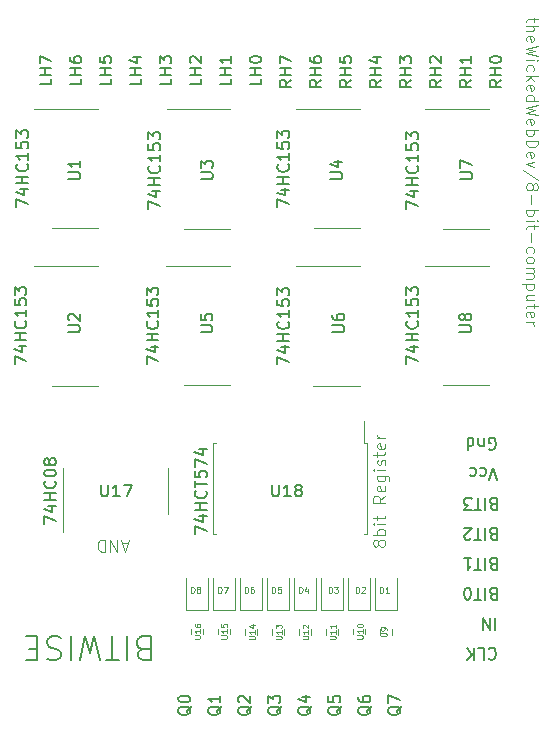
<source format=gbr>
%TF.GenerationSoftware,KiCad,Pcbnew,(5.1.10-1-10_14)*%
%TF.CreationDate,2021-09-23T00:24:02-04:00*%
%TF.ProjectId,BITWISE,42495457-4953-4452-9e6b-696361645f70,rev?*%
%TF.SameCoordinates,Original*%
%TF.FileFunction,Legend,Top*%
%TF.FilePolarity,Positive*%
%FSLAX46Y46*%
G04 Gerber Fmt 4.6, Leading zero omitted, Abs format (unit mm)*
G04 Created by KiCad (PCBNEW (5.1.10-1-10_14)) date 2021-09-23 00:24:02*
%MOMM*%
%LPD*%
G01*
G04 APERTURE LIST*
%ADD10C,0.100000*%
%ADD11C,0.200000*%
%ADD12C,0.150000*%
%ADD13C,0.120000*%
G04 APERTURE END LIST*
D10*
X157106952Y-116768000D02*
X157059333Y-116863238D01*
X157011714Y-116910857D01*
X156916476Y-116958476D01*
X156868857Y-116958476D01*
X156773619Y-116910857D01*
X156726000Y-116863238D01*
X156678380Y-116768000D01*
X156678380Y-116577523D01*
X156726000Y-116482285D01*
X156773619Y-116434666D01*
X156868857Y-116387047D01*
X156916476Y-116387047D01*
X157011714Y-116434666D01*
X157059333Y-116482285D01*
X157106952Y-116577523D01*
X157106952Y-116768000D01*
X157154571Y-116863238D01*
X157202190Y-116910857D01*
X157297428Y-116958476D01*
X157487904Y-116958476D01*
X157583142Y-116910857D01*
X157630761Y-116863238D01*
X157678380Y-116768000D01*
X157678380Y-116577523D01*
X157630761Y-116482285D01*
X157583142Y-116434666D01*
X157487904Y-116387047D01*
X157297428Y-116387047D01*
X157202190Y-116434666D01*
X157154571Y-116482285D01*
X157106952Y-116577523D01*
X157678380Y-115958476D02*
X156678380Y-115958476D01*
X157059333Y-115958476D02*
X157011714Y-115863238D01*
X157011714Y-115672761D01*
X157059333Y-115577523D01*
X157106952Y-115529904D01*
X157202190Y-115482285D01*
X157487904Y-115482285D01*
X157583142Y-115529904D01*
X157630761Y-115577523D01*
X157678380Y-115672761D01*
X157678380Y-115863238D01*
X157630761Y-115958476D01*
X157678380Y-115053714D02*
X157011714Y-115053714D01*
X156678380Y-115053714D02*
X156726000Y-115101333D01*
X156773619Y-115053714D01*
X156726000Y-115006095D01*
X156678380Y-115053714D01*
X156773619Y-115053714D01*
X157011714Y-114720380D02*
X157011714Y-114339428D01*
X156678380Y-114577523D02*
X157535523Y-114577523D01*
X157630761Y-114529904D01*
X157678380Y-114434666D01*
X157678380Y-114339428D01*
X157678380Y-112672761D02*
X157202190Y-113006095D01*
X157678380Y-113244190D02*
X156678380Y-113244190D01*
X156678380Y-112863238D01*
X156726000Y-112768000D01*
X156773619Y-112720380D01*
X156868857Y-112672761D01*
X157011714Y-112672761D01*
X157106952Y-112720380D01*
X157154571Y-112768000D01*
X157202190Y-112863238D01*
X157202190Y-113244190D01*
X157630761Y-111863238D02*
X157678380Y-111958476D01*
X157678380Y-112148952D01*
X157630761Y-112244190D01*
X157535523Y-112291809D01*
X157154571Y-112291809D01*
X157059333Y-112244190D01*
X157011714Y-112148952D01*
X157011714Y-111958476D01*
X157059333Y-111863238D01*
X157154571Y-111815619D01*
X157249809Y-111815619D01*
X157345047Y-112291809D01*
X157011714Y-110958476D02*
X157821238Y-110958476D01*
X157916476Y-111006095D01*
X157964095Y-111053714D01*
X158011714Y-111148952D01*
X158011714Y-111291809D01*
X157964095Y-111387047D01*
X157630761Y-110958476D02*
X157678380Y-111053714D01*
X157678380Y-111244190D01*
X157630761Y-111339428D01*
X157583142Y-111387047D01*
X157487904Y-111434666D01*
X157202190Y-111434666D01*
X157106952Y-111387047D01*
X157059333Y-111339428D01*
X157011714Y-111244190D01*
X157011714Y-111053714D01*
X157059333Y-110958476D01*
X157678380Y-110482285D02*
X157011714Y-110482285D01*
X156678380Y-110482285D02*
X156726000Y-110529904D01*
X156773619Y-110482285D01*
X156726000Y-110434666D01*
X156678380Y-110482285D01*
X156773619Y-110482285D01*
X157630761Y-110053714D02*
X157678380Y-109958476D01*
X157678380Y-109768000D01*
X157630761Y-109672761D01*
X157535523Y-109625142D01*
X157487904Y-109625142D01*
X157392666Y-109672761D01*
X157345047Y-109768000D01*
X157345047Y-109910857D01*
X157297428Y-110006095D01*
X157202190Y-110053714D01*
X157154571Y-110053714D01*
X157059333Y-110006095D01*
X157011714Y-109910857D01*
X157011714Y-109768000D01*
X157059333Y-109672761D01*
X157011714Y-109339428D02*
X157011714Y-108958476D01*
X156678380Y-109196571D02*
X157535523Y-109196571D01*
X157630761Y-109148952D01*
X157678380Y-109053714D01*
X157678380Y-108958476D01*
X157630761Y-108244190D02*
X157678380Y-108339428D01*
X157678380Y-108529904D01*
X157630761Y-108625142D01*
X157535523Y-108672761D01*
X157154571Y-108672761D01*
X157059333Y-108625142D01*
X157011714Y-108529904D01*
X157011714Y-108339428D01*
X157059333Y-108244190D01*
X157154571Y-108196571D01*
X157249809Y-108196571D01*
X157345047Y-108672761D01*
X157678380Y-107768000D02*
X157011714Y-107768000D01*
X157202190Y-107768000D02*
X157106952Y-107720380D01*
X157059333Y-107672761D01*
X157011714Y-107577523D01*
X157011714Y-107482285D01*
X135875285Y-116673333D02*
X135399095Y-116673333D01*
X135970523Y-116387619D02*
X135637190Y-117387619D01*
X135303857Y-116387619D01*
X134970523Y-116387619D02*
X134970523Y-117387619D01*
X134399095Y-116387619D01*
X134399095Y-117387619D01*
X133922904Y-116387619D02*
X133922904Y-117387619D01*
X133684809Y-117387619D01*
X133541952Y-117340000D01*
X133446714Y-117244761D01*
X133399095Y-117149523D01*
X133351476Y-116959047D01*
X133351476Y-116816190D01*
X133399095Y-116625714D01*
X133446714Y-116530476D01*
X133541952Y-116435238D01*
X133684809Y-116387619D01*
X133922904Y-116387619D01*
X170274285Y-72174523D02*
X170274285Y-72555476D01*
X170607619Y-72317380D02*
X169750476Y-72317380D01*
X169655238Y-72365000D01*
X169607619Y-72460238D01*
X169607619Y-72555476D01*
X169607619Y-72888809D02*
X170607619Y-72888809D01*
X169607619Y-73317380D02*
X170131428Y-73317380D01*
X170226666Y-73269761D01*
X170274285Y-73174523D01*
X170274285Y-73031666D01*
X170226666Y-72936428D01*
X170179047Y-72888809D01*
X169655238Y-74174523D02*
X169607619Y-74079285D01*
X169607619Y-73888809D01*
X169655238Y-73793571D01*
X169750476Y-73745952D01*
X170131428Y-73745952D01*
X170226666Y-73793571D01*
X170274285Y-73888809D01*
X170274285Y-74079285D01*
X170226666Y-74174523D01*
X170131428Y-74222142D01*
X170036190Y-74222142D01*
X169940952Y-73745952D01*
X170607619Y-74555476D02*
X169607619Y-74793571D01*
X170321904Y-74984047D01*
X169607619Y-75174523D01*
X170607619Y-75412619D01*
X169607619Y-75793571D02*
X170274285Y-75793571D01*
X170607619Y-75793571D02*
X170560000Y-75745952D01*
X170512380Y-75793571D01*
X170560000Y-75841190D01*
X170607619Y-75793571D01*
X170512380Y-75793571D01*
X169655238Y-76698333D02*
X169607619Y-76603095D01*
X169607619Y-76412619D01*
X169655238Y-76317380D01*
X169702857Y-76269761D01*
X169798095Y-76222142D01*
X170083809Y-76222142D01*
X170179047Y-76269761D01*
X170226666Y-76317380D01*
X170274285Y-76412619D01*
X170274285Y-76603095D01*
X170226666Y-76698333D01*
X169607619Y-77126904D02*
X170607619Y-77126904D01*
X169988571Y-77222142D02*
X169607619Y-77507857D01*
X170274285Y-77507857D02*
X169893333Y-77126904D01*
X169655238Y-78317380D02*
X169607619Y-78222142D01*
X169607619Y-78031666D01*
X169655238Y-77936428D01*
X169750476Y-77888809D01*
X170131428Y-77888809D01*
X170226666Y-77936428D01*
X170274285Y-78031666D01*
X170274285Y-78222142D01*
X170226666Y-78317380D01*
X170131428Y-78365000D01*
X170036190Y-78365000D01*
X169940952Y-77888809D01*
X169607619Y-79222142D02*
X170607619Y-79222142D01*
X169655238Y-79222142D02*
X169607619Y-79126904D01*
X169607619Y-78936428D01*
X169655238Y-78841190D01*
X169702857Y-78793571D01*
X169798095Y-78745952D01*
X170083809Y-78745952D01*
X170179047Y-78793571D01*
X170226666Y-78841190D01*
X170274285Y-78936428D01*
X170274285Y-79126904D01*
X170226666Y-79222142D01*
X170607619Y-79603095D02*
X169607619Y-79841190D01*
X170321904Y-80031666D01*
X169607619Y-80222142D01*
X170607619Y-80460238D01*
X169655238Y-81222142D02*
X169607619Y-81126904D01*
X169607619Y-80936428D01*
X169655238Y-80841190D01*
X169750476Y-80793571D01*
X170131428Y-80793571D01*
X170226666Y-80841190D01*
X170274285Y-80936428D01*
X170274285Y-81126904D01*
X170226666Y-81222142D01*
X170131428Y-81269761D01*
X170036190Y-81269761D01*
X169940952Y-80793571D01*
X169607619Y-81698333D02*
X170607619Y-81698333D01*
X170226666Y-81698333D02*
X170274285Y-81793571D01*
X170274285Y-81984047D01*
X170226666Y-82079285D01*
X170179047Y-82126904D01*
X170083809Y-82174523D01*
X169798095Y-82174523D01*
X169702857Y-82126904D01*
X169655238Y-82079285D01*
X169607619Y-81984047D01*
X169607619Y-81793571D01*
X169655238Y-81698333D01*
X169607619Y-82603095D02*
X170607619Y-82603095D01*
X170607619Y-82841190D01*
X170560000Y-82984047D01*
X170464761Y-83079285D01*
X170369523Y-83126904D01*
X170179047Y-83174523D01*
X170036190Y-83174523D01*
X169845714Y-83126904D01*
X169750476Y-83079285D01*
X169655238Y-82984047D01*
X169607619Y-82841190D01*
X169607619Y-82603095D01*
X169655238Y-83984047D02*
X169607619Y-83888809D01*
X169607619Y-83698333D01*
X169655238Y-83603095D01*
X169750476Y-83555476D01*
X170131428Y-83555476D01*
X170226666Y-83603095D01*
X170274285Y-83698333D01*
X170274285Y-83888809D01*
X170226666Y-83984047D01*
X170131428Y-84031666D01*
X170036190Y-84031666D01*
X169940952Y-83555476D01*
X170274285Y-84365000D02*
X169607619Y-84603095D01*
X170274285Y-84841190D01*
X170655238Y-85936428D02*
X169369523Y-85079285D01*
X170179047Y-86412619D02*
X170226666Y-86317380D01*
X170274285Y-86269761D01*
X170369523Y-86222142D01*
X170417142Y-86222142D01*
X170512380Y-86269761D01*
X170560000Y-86317380D01*
X170607619Y-86412619D01*
X170607619Y-86603095D01*
X170560000Y-86698333D01*
X170512380Y-86745952D01*
X170417142Y-86793571D01*
X170369523Y-86793571D01*
X170274285Y-86745952D01*
X170226666Y-86698333D01*
X170179047Y-86603095D01*
X170179047Y-86412619D01*
X170131428Y-86317380D01*
X170083809Y-86269761D01*
X169988571Y-86222142D01*
X169798095Y-86222142D01*
X169702857Y-86269761D01*
X169655238Y-86317380D01*
X169607619Y-86412619D01*
X169607619Y-86603095D01*
X169655238Y-86698333D01*
X169702857Y-86745952D01*
X169798095Y-86793571D01*
X169988571Y-86793571D01*
X170083809Y-86745952D01*
X170131428Y-86698333D01*
X170179047Y-86603095D01*
X169988571Y-87222142D02*
X169988571Y-87984047D01*
X169607619Y-88460238D02*
X170607619Y-88460238D01*
X170226666Y-88460238D02*
X170274285Y-88555476D01*
X170274285Y-88745952D01*
X170226666Y-88841190D01*
X170179047Y-88888809D01*
X170083809Y-88936428D01*
X169798095Y-88936428D01*
X169702857Y-88888809D01*
X169655238Y-88841190D01*
X169607619Y-88745952D01*
X169607619Y-88555476D01*
X169655238Y-88460238D01*
X169607619Y-89364999D02*
X170274285Y-89364999D01*
X170607619Y-89364999D02*
X170560000Y-89317380D01*
X170512380Y-89364999D01*
X170560000Y-89412619D01*
X170607619Y-89364999D01*
X170512380Y-89364999D01*
X170274285Y-89698333D02*
X170274285Y-90079285D01*
X170607619Y-89841190D02*
X169750476Y-89841190D01*
X169655238Y-89888809D01*
X169607619Y-89984047D01*
X169607619Y-90079285D01*
X169988571Y-90412619D02*
X169988571Y-91174523D01*
X169655238Y-92079285D02*
X169607619Y-91984047D01*
X169607619Y-91793571D01*
X169655238Y-91698333D01*
X169702857Y-91650714D01*
X169798095Y-91603095D01*
X170083809Y-91603095D01*
X170179047Y-91650714D01*
X170226666Y-91698333D01*
X170274285Y-91793571D01*
X170274285Y-91984047D01*
X170226666Y-92079285D01*
X169607619Y-92650714D02*
X169655238Y-92555476D01*
X169702857Y-92507857D01*
X169798095Y-92460238D01*
X170083809Y-92460238D01*
X170179047Y-92507857D01*
X170226666Y-92555476D01*
X170274285Y-92650714D01*
X170274285Y-92793571D01*
X170226666Y-92888809D01*
X170179047Y-92936428D01*
X170083809Y-92984047D01*
X169798095Y-92984047D01*
X169702857Y-92936428D01*
X169655238Y-92888809D01*
X169607619Y-92793571D01*
X169607619Y-92650714D01*
X169607619Y-93412619D02*
X170274285Y-93412619D01*
X170179047Y-93412619D02*
X170226666Y-93460238D01*
X170274285Y-93555476D01*
X170274285Y-93698333D01*
X170226666Y-93793571D01*
X170131428Y-93841190D01*
X169607619Y-93841190D01*
X170131428Y-93841190D02*
X170226666Y-93888809D01*
X170274285Y-93984047D01*
X170274285Y-94126904D01*
X170226666Y-94222142D01*
X170131428Y-94269761D01*
X169607619Y-94269761D01*
X170274285Y-94745952D02*
X169274285Y-94745952D01*
X170226666Y-94745952D02*
X170274285Y-94841190D01*
X170274285Y-95031666D01*
X170226666Y-95126904D01*
X170179047Y-95174523D01*
X170083809Y-95222142D01*
X169798095Y-95222142D01*
X169702857Y-95174523D01*
X169655238Y-95126904D01*
X169607619Y-95031666D01*
X169607619Y-94841190D01*
X169655238Y-94745952D01*
X170274285Y-96079285D02*
X169607619Y-96079285D01*
X170274285Y-95650714D02*
X169750476Y-95650714D01*
X169655238Y-95698333D01*
X169607619Y-95793571D01*
X169607619Y-95936428D01*
X169655238Y-96031666D01*
X169702857Y-96079285D01*
X170274285Y-96412619D02*
X170274285Y-96793571D01*
X170607619Y-96555476D02*
X169750476Y-96555476D01*
X169655238Y-96603095D01*
X169607619Y-96698333D01*
X169607619Y-96793571D01*
X169655238Y-97507857D02*
X169607619Y-97412619D01*
X169607619Y-97222142D01*
X169655238Y-97126904D01*
X169750476Y-97079285D01*
X170131428Y-97079285D01*
X170226666Y-97126904D01*
X170274285Y-97222142D01*
X170274285Y-97412619D01*
X170226666Y-97507857D01*
X170131428Y-97555476D01*
X170036190Y-97555476D01*
X169940952Y-97079285D01*
X169607619Y-97984047D02*
X170274285Y-97984047D01*
X170083809Y-97984047D02*
X170179047Y-98031666D01*
X170226666Y-98079285D01*
X170274285Y-98174523D01*
X170274285Y-98269761D01*
D11*
X137161714Y-125618857D02*
X136876000Y-125523619D01*
X136780761Y-125428380D01*
X136685523Y-125237904D01*
X136685523Y-124952190D01*
X136780761Y-124761714D01*
X136876000Y-124666476D01*
X137066476Y-124571238D01*
X137828380Y-124571238D01*
X137828380Y-126571238D01*
X137161714Y-126571238D01*
X136971238Y-126476000D01*
X136876000Y-126380761D01*
X136780761Y-126190285D01*
X136780761Y-125999809D01*
X136876000Y-125809333D01*
X136971238Y-125714095D01*
X137161714Y-125618857D01*
X137828380Y-125618857D01*
X135828380Y-124571238D02*
X135828380Y-126571238D01*
X135161714Y-126571238D02*
X134018857Y-126571238D01*
X134590285Y-124571238D02*
X134590285Y-126571238D01*
X133542666Y-126571238D02*
X133066476Y-124571238D01*
X132685523Y-125999809D01*
X132304571Y-124571238D01*
X131828380Y-126571238D01*
X131066476Y-124571238D02*
X131066476Y-126571238D01*
X130209333Y-124666476D02*
X129923619Y-124571238D01*
X129447428Y-124571238D01*
X129256952Y-124666476D01*
X129161714Y-124761714D01*
X129066476Y-124952190D01*
X129066476Y-125142666D01*
X129161714Y-125333142D01*
X129256952Y-125428380D01*
X129447428Y-125523619D01*
X129828380Y-125618857D01*
X130018857Y-125714095D01*
X130114095Y-125809333D01*
X130209333Y-125999809D01*
X130209333Y-126190285D01*
X130114095Y-126380761D01*
X130018857Y-126476000D01*
X129828380Y-126571238D01*
X129352190Y-126571238D01*
X129066476Y-126476000D01*
X128209333Y-125618857D02*
X127542666Y-125618857D01*
X127256952Y-124571238D02*
X128209333Y-124571238D01*
X128209333Y-126571238D01*
X127256952Y-126571238D01*
D12*
X141263619Y-130478738D02*
X141216000Y-130573976D01*
X141120761Y-130669214D01*
X140977904Y-130812071D01*
X140930285Y-130907309D01*
X140930285Y-131002547D01*
X141168380Y-130954928D02*
X141120761Y-131050166D01*
X141025523Y-131145404D01*
X140835047Y-131193023D01*
X140501714Y-131193023D01*
X140311238Y-131145404D01*
X140216000Y-131050166D01*
X140168380Y-130954928D01*
X140168380Y-130764452D01*
X140216000Y-130669214D01*
X140311238Y-130573976D01*
X140501714Y-130526357D01*
X140835047Y-130526357D01*
X141025523Y-130573976D01*
X141120761Y-130669214D01*
X141168380Y-130764452D01*
X141168380Y-130954928D01*
X140168380Y-129907309D02*
X140168380Y-129812071D01*
X140216000Y-129716833D01*
X140263619Y-129669214D01*
X140358857Y-129621595D01*
X140549333Y-129573976D01*
X140787428Y-129573976D01*
X140977904Y-129621595D01*
X141073142Y-129669214D01*
X141120761Y-129716833D01*
X141168380Y-129812071D01*
X141168380Y-129907309D01*
X141120761Y-130002547D01*
X141073142Y-130050166D01*
X140977904Y-130097785D01*
X140787428Y-130145404D01*
X140549333Y-130145404D01*
X140358857Y-130097785D01*
X140263619Y-130050166D01*
X140216000Y-130002547D01*
X140168380Y-129907309D01*
X143803619Y-130478738D02*
X143756000Y-130573976D01*
X143660761Y-130669214D01*
X143517904Y-130812071D01*
X143470285Y-130907309D01*
X143470285Y-131002547D01*
X143708380Y-130954928D02*
X143660761Y-131050166D01*
X143565523Y-131145404D01*
X143375047Y-131193023D01*
X143041714Y-131193023D01*
X142851238Y-131145404D01*
X142756000Y-131050166D01*
X142708380Y-130954928D01*
X142708380Y-130764452D01*
X142756000Y-130669214D01*
X142851238Y-130573976D01*
X143041714Y-130526357D01*
X143375047Y-130526357D01*
X143565523Y-130573976D01*
X143660761Y-130669214D01*
X143708380Y-130764452D01*
X143708380Y-130954928D01*
X143708380Y-129573976D02*
X143708380Y-130145404D01*
X143708380Y-129859690D02*
X142708380Y-129859690D01*
X142851238Y-129954928D01*
X142946476Y-130050166D01*
X142994095Y-130145404D01*
X146343619Y-130478738D02*
X146296000Y-130573976D01*
X146200761Y-130669214D01*
X146057904Y-130812071D01*
X146010285Y-130907309D01*
X146010285Y-131002547D01*
X146248380Y-130954928D02*
X146200761Y-131050166D01*
X146105523Y-131145404D01*
X145915047Y-131193023D01*
X145581714Y-131193023D01*
X145391238Y-131145404D01*
X145296000Y-131050166D01*
X145248380Y-130954928D01*
X145248380Y-130764452D01*
X145296000Y-130669214D01*
X145391238Y-130573976D01*
X145581714Y-130526357D01*
X145915047Y-130526357D01*
X146105523Y-130573976D01*
X146200761Y-130669214D01*
X146248380Y-130764452D01*
X146248380Y-130954928D01*
X145343619Y-130145404D02*
X145296000Y-130097785D01*
X145248380Y-130002547D01*
X145248380Y-129764452D01*
X145296000Y-129669214D01*
X145343619Y-129621595D01*
X145438857Y-129573976D01*
X145534095Y-129573976D01*
X145676952Y-129621595D01*
X146248380Y-130193023D01*
X146248380Y-129573976D01*
X148883619Y-130478738D02*
X148836000Y-130573976D01*
X148740761Y-130669214D01*
X148597904Y-130812071D01*
X148550285Y-130907309D01*
X148550285Y-131002547D01*
X148788380Y-130954928D02*
X148740761Y-131050166D01*
X148645523Y-131145404D01*
X148455047Y-131193023D01*
X148121714Y-131193023D01*
X147931238Y-131145404D01*
X147836000Y-131050166D01*
X147788380Y-130954928D01*
X147788380Y-130764452D01*
X147836000Y-130669214D01*
X147931238Y-130573976D01*
X148121714Y-130526357D01*
X148455047Y-130526357D01*
X148645523Y-130573976D01*
X148740761Y-130669214D01*
X148788380Y-130764452D01*
X148788380Y-130954928D01*
X147788380Y-130193023D02*
X147788380Y-129573976D01*
X148169333Y-129907309D01*
X148169333Y-129764452D01*
X148216952Y-129669214D01*
X148264571Y-129621595D01*
X148359809Y-129573976D01*
X148597904Y-129573976D01*
X148693142Y-129621595D01*
X148740761Y-129669214D01*
X148788380Y-129764452D01*
X148788380Y-130050166D01*
X148740761Y-130145404D01*
X148693142Y-130193023D01*
X151423619Y-130478738D02*
X151376000Y-130573976D01*
X151280761Y-130669214D01*
X151137904Y-130812071D01*
X151090285Y-130907309D01*
X151090285Y-131002547D01*
X151328380Y-130954928D02*
X151280761Y-131050166D01*
X151185523Y-131145404D01*
X150995047Y-131193023D01*
X150661714Y-131193023D01*
X150471238Y-131145404D01*
X150376000Y-131050166D01*
X150328380Y-130954928D01*
X150328380Y-130764452D01*
X150376000Y-130669214D01*
X150471238Y-130573976D01*
X150661714Y-130526357D01*
X150995047Y-130526357D01*
X151185523Y-130573976D01*
X151280761Y-130669214D01*
X151328380Y-130764452D01*
X151328380Y-130954928D01*
X150661714Y-129669214D02*
X151328380Y-129669214D01*
X150280761Y-129907309D02*
X150995047Y-130145404D01*
X150995047Y-129526357D01*
X153963619Y-130478738D02*
X153916000Y-130573976D01*
X153820761Y-130669214D01*
X153677904Y-130812071D01*
X153630285Y-130907309D01*
X153630285Y-131002547D01*
X153868380Y-130954928D02*
X153820761Y-131050166D01*
X153725523Y-131145404D01*
X153535047Y-131193023D01*
X153201714Y-131193023D01*
X153011238Y-131145404D01*
X152916000Y-131050166D01*
X152868380Y-130954928D01*
X152868380Y-130764452D01*
X152916000Y-130669214D01*
X153011238Y-130573976D01*
X153201714Y-130526357D01*
X153535047Y-130526357D01*
X153725523Y-130573976D01*
X153820761Y-130669214D01*
X153868380Y-130764452D01*
X153868380Y-130954928D01*
X152868380Y-129621595D02*
X152868380Y-130097785D01*
X153344571Y-130145404D01*
X153296952Y-130097785D01*
X153249333Y-130002547D01*
X153249333Y-129764452D01*
X153296952Y-129669214D01*
X153344571Y-129621595D01*
X153439809Y-129573976D01*
X153677904Y-129573976D01*
X153773142Y-129621595D01*
X153820761Y-129669214D01*
X153868380Y-129764452D01*
X153868380Y-130002547D01*
X153820761Y-130097785D01*
X153773142Y-130145404D01*
X156503619Y-130478738D02*
X156456000Y-130573976D01*
X156360761Y-130669214D01*
X156217904Y-130812071D01*
X156170285Y-130907309D01*
X156170285Y-131002547D01*
X156408380Y-130954928D02*
X156360761Y-131050166D01*
X156265523Y-131145404D01*
X156075047Y-131193023D01*
X155741714Y-131193023D01*
X155551238Y-131145404D01*
X155456000Y-131050166D01*
X155408380Y-130954928D01*
X155408380Y-130764452D01*
X155456000Y-130669214D01*
X155551238Y-130573976D01*
X155741714Y-130526357D01*
X156075047Y-130526357D01*
X156265523Y-130573976D01*
X156360761Y-130669214D01*
X156408380Y-130764452D01*
X156408380Y-130954928D01*
X155408380Y-129669214D02*
X155408380Y-129859690D01*
X155456000Y-129954928D01*
X155503619Y-130002547D01*
X155646476Y-130097785D01*
X155836952Y-130145404D01*
X156217904Y-130145404D01*
X156313142Y-130097785D01*
X156360761Y-130050166D01*
X156408380Y-129954928D01*
X156408380Y-129764452D01*
X156360761Y-129669214D01*
X156313142Y-129621595D01*
X156217904Y-129573976D01*
X155979809Y-129573976D01*
X155884571Y-129621595D01*
X155836952Y-129669214D01*
X155789333Y-129764452D01*
X155789333Y-129954928D01*
X155836952Y-130050166D01*
X155884571Y-130097785D01*
X155979809Y-130145404D01*
X159043619Y-130478738D02*
X158996000Y-130573976D01*
X158900761Y-130669214D01*
X158757904Y-130812071D01*
X158710285Y-130907309D01*
X158710285Y-131002547D01*
X158948380Y-130954928D02*
X158900761Y-131050166D01*
X158805523Y-131145404D01*
X158615047Y-131193023D01*
X158281714Y-131193023D01*
X158091238Y-131145404D01*
X157996000Y-131050166D01*
X157948380Y-130954928D01*
X157948380Y-130764452D01*
X157996000Y-130669214D01*
X158091238Y-130573976D01*
X158281714Y-130526357D01*
X158615047Y-130526357D01*
X158805523Y-130573976D01*
X158900761Y-130669214D01*
X158948380Y-130764452D01*
X158948380Y-130954928D01*
X157948380Y-130193023D02*
X157948380Y-129526357D01*
X158948380Y-129954928D01*
X167510380Y-77441976D02*
X167034190Y-77775309D01*
X167510380Y-78013404D02*
X166510380Y-78013404D01*
X166510380Y-77632452D01*
X166558000Y-77537214D01*
X166605619Y-77489595D01*
X166700857Y-77441976D01*
X166843714Y-77441976D01*
X166938952Y-77489595D01*
X166986571Y-77537214D01*
X167034190Y-77632452D01*
X167034190Y-78013404D01*
X167510380Y-77013404D02*
X166510380Y-77013404D01*
X166986571Y-77013404D02*
X166986571Y-76441976D01*
X167510380Y-76441976D02*
X166510380Y-76441976D01*
X166510380Y-75775309D02*
X166510380Y-75680071D01*
X166558000Y-75584833D01*
X166605619Y-75537214D01*
X166700857Y-75489595D01*
X166891333Y-75441976D01*
X167129428Y-75441976D01*
X167319904Y-75489595D01*
X167415142Y-75537214D01*
X167462761Y-75584833D01*
X167510380Y-75680071D01*
X167510380Y-75775309D01*
X167462761Y-75870547D01*
X167415142Y-75918166D01*
X167319904Y-75965785D01*
X167129428Y-76013404D01*
X166891333Y-76013404D01*
X166700857Y-75965785D01*
X166605619Y-75918166D01*
X166558000Y-75870547D01*
X166510380Y-75775309D01*
X166435500Y-125626857D02*
X166483119Y-125579238D01*
X166625976Y-125531619D01*
X166721214Y-125531619D01*
X166864071Y-125579238D01*
X166959309Y-125674476D01*
X167006928Y-125769714D01*
X167054547Y-125960190D01*
X167054547Y-126103047D01*
X167006928Y-126293523D01*
X166959309Y-126388761D01*
X166864071Y-126484000D01*
X166721214Y-126531619D01*
X166625976Y-126531619D01*
X166483119Y-126484000D01*
X166435500Y-126436380D01*
X165530738Y-125531619D02*
X166006928Y-125531619D01*
X166006928Y-126531619D01*
X165197404Y-125531619D02*
X165197404Y-126531619D01*
X164625976Y-125531619D02*
X165054547Y-126103047D01*
X164625976Y-126531619D02*
X165197404Y-125960190D01*
X166991214Y-122991619D02*
X166991214Y-123991619D01*
X166515023Y-122991619D02*
X166515023Y-123991619D01*
X165943595Y-122991619D01*
X165943595Y-123991619D01*
X166800547Y-120975428D02*
X166657690Y-120927809D01*
X166610071Y-120880190D01*
X166562452Y-120784952D01*
X166562452Y-120642095D01*
X166610071Y-120546857D01*
X166657690Y-120499238D01*
X166752928Y-120451619D01*
X167133880Y-120451619D01*
X167133880Y-121451619D01*
X166800547Y-121451619D01*
X166705309Y-121404000D01*
X166657690Y-121356380D01*
X166610071Y-121261142D01*
X166610071Y-121165904D01*
X166657690Y-121070666D01*
X166705309Y-121023047D01*
X166800547Y-120975428D01*
X167133880Y-120975428D01*
X166133880Y-120451619D02*
X166133880Y-121451619D01*
X165800547Y-121451619D02*
X165229119Y-121451619D01*
X165514833Y-120451619D02*
X165514833Y-121451619D01*
X164705309Y-121451619D02*
X164610071Y-121451619D01*
X164514833Y-121404000D01*
X164467214Y-121356380D01*
X164419595Y-121261142D01*
X164371976Y-121070666D01*
X164371976Y-120832571D01*
X164419595Y-120642095D01*
X164467214Y-120546857D01*
X164514833Y-120499238D01*
X164610071Y-120451619D01*
X164705309Y-120451619D01*
X164800547Y-120499238D01*
X164848166Y-120546857D01*
X164895785Y-120642095D01*
X164943404Y-120832571D01*
X164943404Y-121070666D01*
X164895785Y-121261142D01*
X164848166Y-121356380D01*
X164800547Y-121404000D01*
X164705309Y-121451619D01*
X166800547Y-118435428D02*
X166657690Y-118387809D01*
X166610071Y-118340190D01*
X166562452Y-118244952D01*
X166562452Y-118102095D01*
X166610071Y-118006857D01*
X166657690Y-117959238D01*
X166752928Y-117911619D01*
X167133880Y-117911619D01*
X167133880Y-118911619D01*
X166800547Y-118911619D01*
X166705309Y-118864000D01*
X166657690Y-118816380D01*
X166610071Y-118721142D01*
X166610071Y-118625904D01*
X166657690Y-118530666D01*
X166705309Y-118483047D01*
X166800547Y-118435428D01*
X167133880Y-118435428D01*
X166133880Y-117911619D02*
X166133880Y-118911619D01*
X165800547Y-118911619D02*
X165229119Y-118911619D01*
X165514833Y-117911619D02*
X165514833Y-118911619D01*
X164371976Y-117911619D02*
X164943404Y-117911619D01*
X164657690Y-117911619D02*
X164657690Y-118911619D01*
X164752928Y-118768761D01*
X164848166Y-118673523D01*
X164943404Y-118625904D01*
X166800547Y-115895428D02*
X166657690Y-115847809D01*
X166610071Y-115800190D01*
X166562452Y-115704952D01*
X166562452Y-115562095D01*
X166610071Y-115466857D01*
X166657690Y-115419238D01*
X166752928Y-115371619D01*
X167133880Y-115371619D01*
X167133880Y-116371619D01*
X166800547Y-116371619D01*
X166705309Y-116324000D01*
X166657690Y-116276380D01*
X166610071Y-116181142D01*
X166610071Y-116085904D01*
X166657690Y-115990666D01*
X166705309Y-115943047D01*
X166800547Y-115895428D01*
X167133880Y-115895428D01*
X166133880Y-115371619D02*
X166133880Y-116371619D01*
X165800547Y-116371619D02*
X165229119Y-116371619D01*
X165514833Y-115371619D02*
X165514833Y-116371619D01*
X164943404Y-116276380D02*
X164895785Y-116324000D01*
X164800547Y-116371619D01*
X164562452Y-116371619D01*
X164467214Y-116324000D01*
X164419595Y-116276380D01*
X164371976Y-116181142D01*
X164371976Y-116085904D01*
X164419595Y-115943047D01*
X164991023Y-115371619D01*
X164371976Y-115371619D01*
X166800547Y-113355428D02*
X166657690Y-113307809D01*
X166610071Y-113260190D01*
X166562452Y-113164952D01*
X166562452Y-113022095D01*
X166610071Y-112926857D01*
X166657690Y-112879238D01*
X166752928Y-112831619D01*
X167133880Y-112831619D01*
X167133880Y-113831619D01*
X166800547Y-113831619D01*
X166705309Y-113784000D01*
X166657690Y-113736380D01*
X166610071Y-113641142D01*
X166610071Y-113545904D01*
X166657690Y-113450666D01*
X166705309Y-113403047D01*
X166800547Y-113355428D01*
X167133880Y-113355428D01*
X166133880Y-112831619D02*
X166133880Y-113831619D01*
X165800547Y-113831619D02*
X165229119Y-113831619D01*
X165514833Y-112831619D02*
X165514833Y-113831619D01*
X164991023Y-113831619D02*
X164371976Y-113831619D01*
X164705309Y-113450666D01*
X164562452Y-113450666D01*
X164467214Y-113403047D01*
X164419595Y-113355428D01*
X164371976Y-113260190D01*
X164371976Y-113022095D01*
X164419595Y-112926857D01*
X164467214Y-112879238D01*
X164562452Y-112831619D01*
X164848166Y-112831619D01*
X164943404Y-112879238D01*
X164991023Y-112926857D01*
X167165690Y-111291619D02*
X166832357Y-110291619D01*
X166499023Y-111291619D01*
X165737119Y-110339238D02*
X165832357Y-110291619D01*
X166022833Y-110291619D01*
X166118071Y-110339238D01*
X166165690Y-110386857D01*
X166213309Y-110482095D01*
X166213309Y-110767809D01*
X166165690Y-110863047D01*
X166118071Y-110910666D01*
X166022833Y-110958285D01*
X165832357Y-110958285D01*
X165737119Y-110910666D01*
X164879976Y-110339238D02*
X164975214Y-110291619D01*
X165165690Y-110291619D01*
X165260928Y-110339238D01*
X165308547Y-110386857D01*
X165356166Y-110482095D01*
X165356166Y-110767809D01*
X165308547Y-110863047D01*
X165260928Y-110910666D01*
X165165690Y-110958285D01*
X164975214Y-110958285D01*
X164879976Y-110910666D01*
X166483119Y-108704000D02*
X166578357Y-108751619D01*
X166721214Y-108751619D01*
X166864071Y-108704000D01*
X166959309Y-108608761D01*
X167006928Y-108513523D01*
X167054547Y-108323047D01*
X167054547Y-108180190D01*
X167006928Y-107989714D01*
X166959309Y-107894476D01*
X166864071Y-107799238D01*
X166721214Y-107751619D01*
X166625976Y-107751619D01*
X166483119Y-107799238D01*
X166435500Y-107846857D01*
X166435500Y-108180190D01*
X166625976Y-108180190D01*
X166006928Y-108418285D02*
X166006928Y-107751619D01*
X166006928Y-108323047D02*
X165959309Y-108370666D01*
X165864071Y-108418285D01*
X165721214Y-108418285D01*
X165625976Y-108370666D01*
X165578357Y-108275428D01*
X165578357Y-107751619D01*
X164673595Y-107751619D02*
X164673595Y-108751619D01*
X164673595Y-107799238D02*
X164768833Y-107751619D01*
X164959309Y-107751619D01*
X165054547Y-107799238D01*
X165102166Y-107846857D01*
X165149785Y-107942095D01*
X165149785Y-108227809D01*
X165102166Y-108323047D01*
X165054547Y-108370666D01*
X164959309Y-108418285D01*
X164768833Y-108418285D01*
X164673595Y-108370666D01*
X152270380Y-77441976D02*
X151794190Y-77775309D01*
X152270380Y-78013404D02*
X151270380Y-78013404D01*
X151270380Y-77632452D01*
X151318000Y-77537214D01*
X151365619Y-77489595D01*
X151460857Y-77441976D01*
X151603714Y-77441976D01*
X151698952Y-77489595D01*
X151746571Y-77537214D01*
X151794190Y-77632452D01*
X151794190Y-78013404D01*
X152270380Y-77013404D02*
X151270380Y-77013404D01*
X151746571Y-77013404D02*
X151746571Y-76441976D01*
X152270380Y-76441976D02*
X151270380Y-76441976D01*
X151270380Y-75537214D02*
X151270380Y-75727690D01*
X151318000Y-75822928D01*
X151365619Y-75870547D01*
X151508476Y-75965785D01*
X151698952Y-76013404D01*
X152079904Y-76013404D01*
X152175142Y-75965785D01*
X152222761Y-75918166D01*
X152270380Y-75822928D01*
X152270380Y-75632452D01*
X152222761Y-75537214D01*
X152175142Y-75489595D01*
X152079904Y-75441976D01*
X151841809Y-75441976D01*
X151746571Y-75489595D01*
X151698952Y-75537214D01*
X151651333Y-75632452D01*
X151651333Y-75822928D01*
X151698952Y-75918166D01*
X151746571Y-75965785D01*
X151841809Y-76013404D01*
X149730380Y-77441976D02*
X149254190Y-77775309D01*
X149730380Y-78013404D02*
X148730380Y-78013404D01*
X148730380Y-77632452D01*
X148778000Y-77537214D01*
X148825619Y-77489595D01*
X148920857Y-77441976D01*
X149063714Y-77441976D01*
X149158952Y-77489595D01*
X149206571Y-77537214D01*
X149254190Y-77632452D01*
X149254190Y-78013404D01*
X149730380Y-77013404D02*
X148730380Y-77013404D01*
X149206571Y-77013404D02*
X149206571Y-76441976D01*
X149730380Y-76441976D02*
X148730380Y-76441976D01*
X148730380Y-76061023D02*
X148730380Y-75394357D01*
X149730380Y-75822928D01*
X154810380Y-77441976D02*
X154334190Y-77775309D01*
X154810380Y-78013404D02*
X153810380Y-78013404D01*
X153810380Y-77632452D01*
X153858000Y-77537214D01*
X153905619Y-77489595D01*
X154000857Y-77441976D01*
X154143714Y-77441976D01*
X154238952Y-77489595D01*
X154286571Y-77537214D01*
X154334190Y-77632452D01*
X154334190Y-78013404D01*
X154810380Y-77013404D02*
X153810380Y-77013404D01*
X154286571Y-77013404D02*
X154286571Y-76441976D01*
X154810380Y-76441976D02*
X153810380Y-76441976D01*
X153810380Y-75489595D02*
X153810380Y-75965785D01*
X154286571Y-76013404D01*
X154238952Y-75965785D01*
X154191333Y-75870547D01*
X154191333Y-75632452D01*
X154238952Y-75537214D01*
X154286571Y-75489595D01*
X154381809Y-75441976D01*
X154619904Y-75441976D01*
X154715142Y-75489595D01*
X154762761Y-75537214D01*
X154810380Y-75632452D01*
X154810380Y-75870547D01*
X154762761Y-75965785D01*
X154715142Y-76013404D01*
X164970380Y-77441976D02*
X164494190Y-77775309D01*
X164970380Y-78013404D02*
X163970380Y-78013404D01*
X163970380Y-77632452D01*
X164018000Y-77537214D01*
X164065619Y-77489595D01*
X164160857Y-77441976D01*
X164303714Y-77441976D01*
X164398952Y-77489595D01*
X164446571Y-77537214D01*
X164494190Y-77632452D01*
X164494190Y-78013404D01*
X164970380Y-77013404D02*
X163970380Y-77013404D01*
X164446571Y-77013404D02*
X164446571Y-76441976D01*
X164970380Y-76441976D02*
X163970380Y-76441976D01*
X164970380Y-75441976D02*
X164970380Y-76013404D01*
X164970380Y-75727690D02*
X163970380Y-75727690D01*
X164113238Y-75822928D01*
X164208476Y-75918166D01*
X164256095Y-76013404D01*
X162430380Y-77441976D02*
X161954190Y-77775309D01*
X162430380Y-78013404D02*
X161430380Y-78013404D01*
X161430380Y-77632452D01*
X161478000Y-77537214D01*
X161525619Y-77489595D01*
X161620857Y-77441976D01*
X161763714Y-77441976D01*
X161858952Y-77489595D01*
X161906571Y-77537214D01*
X161954190Y-77632452D01*
X161954190Y-78013404D01*
X162430380Y-77013404D02*
X161430380Y-77013404D01*
X161906571Y-77013404D02*
X161906571Y-76441976D01*
X162430380Y-76441976D02*
X161430380Y-76441976D01*
X161525619Y-76013404D02*
X161478000Y-75965785D01*
X161430380Y-75870547D01*
X161430380Y-75632452D01*
X161478000Y-75537214D01*
X161525619Y-75489595D01*
X161620857Y-75441976D01*
X161716095Y-75441976D01*
X161858952Y-75489595D01*
X162430380Y-76061023D01*
X162430380Y-75441976D01*
X159890380Y-77441976D02*
X159414190Y-77775309D01*
X159890380Y-78013404D02*
X158890380Y-78013404D01*
X158890380Y-77632452D01*
X158938000Y-77537214D01*
X158985619Y-77489595D01*
X159080857Y-77441976D01*
X159223714Y-77441976D01*
X159318952Y-77489595D01*
X159366571Y-77537214D01*
X159414190Y-77632452D01*
X159414190Y-78013404D01*
X159890380Y-77013404D02*
X158890380Y-77013404D01*
X159366571Y-77013404D02*
X159366571Y-76441976D01*
X159890380Y-76441976D02*
X158890380Y-76441976D01*
X158890380Y-76061023D02*
X158890380Y-75441976D01*
X159271333Y-75775309D01*
X159271333Y-75632452D01*
X159318952Y-75537214D01*
X159366571Y-75489595D01*
X159461809Y-75441976D01*
X159699904Y-75441976D01*
X159795142Y-75489595D01*
X159842761Y-75537214D01*
X159890380Y-75632452D01*
X159890380Y-75918166D01*
X159842761Y-76013404D01*
X159795142Y-76061023D01*
X157350380Y-77441976D02*
X156874190Y-77775309D01*
X157350380Y-78013404D02*
X156350380Y-78013404D01*
X156350380Y-77632452D01*
X156398000Y-77537214D01*
X156445619Y-77489595D01*
X156540857Y-77441976D01*
X156683714Y-77441976D01*
X156778952Y-77489595D01*
X156826571Y-77537214D01*
X156874190Y-77632452D01*
X156874190Y-78013404D01*
X157350380Y-77013404D02*
X156350380Y-77013404D01*
X156826571Y-77013404D02*
X156826571Y-76441976D01*
X157350380Y-76441976D02*
X156350380Y-76441976D01*
X156683714Y-75537214D02*
X157350380Y-75537214D01*
X156302761Y-75775309D02*
X157017047Y-76013404D01*
X157017047Y-75394357D01*
X147190380Y-77346738D02*
X147190380Y-77822928D01*
X146190380Y-77822928D01*
X147190380Y-77013404D02*
X146190380Y-77013404D01*
X146666571Y-77013404D02*
X146666571Y-76441976D01*
X147190380Y-76441976D02*
X146190380Y-76441976D01*
X146190380Y-75775309D02*
X146190380Y-75680071D01*
X146238000Y-75584833D01*
X146285619Y-75537214D01*
X146380857Y-75489595D01*
X146571333Y-75441976D01*
X146809428Y-75441976D01*
X146999904Y-75489595D01*
X147095142Y-75537214D01*
X147142761Y-75584833D01*
X147190380Y-75680071D01*
X147190380Y-75775309D01*
X147142761Y-75870547D01*
X147095142Y-75918166D01*
X146999904Y-75965785D01*
X146809428Y-76013404D01*
X146571333Y-76013404D01*
X146380857Y-75965785D01*
X146285619Y-75918166D01*
X146238000Y-75870547D01*
X146190380Y-75775309D01*
X144650380Y-77346738D02*
X144650380Y-77822928D01*
X143650380Y-77822928D01*
X144650380Y-77013404D02*
X143650380Y-77013404D01*
X144126571Y-77013404D02*
X144126571Y-76441976D01*
X144650380Y-76441976D02*
X143650380Y-76441976D01*
X144650380Y-75441976D02*
X144650380Y-76013404D01*
X144650380Y-75727690D02*
X143650380Y-75727690D01*
X143793238Y-75822928D01*
X143888476Y-75918166D01*
X143936095Y-76013404D01*
X142110380Y-77346738D02*
X142110380Y-77822928D01*
X141110380Y-77822928D01*
X142110380Y-77013404D02*
X141110380Y-77013404D01*
X141586571Y-77013404D02*
X141586571Y-76441976D01*
X142110380Y-76441976D02*
X141110380Y-76441976D01*
X141205619Y-76013404D02*
X141158000Y-75965785D01*
X141110380Y-75870547D01*
X141110380Y-75632452D01*
X141158000Y-75537214D01*
X141205619Y-75489595D01*
X141300857Y-75441976D01*
X141396095Y-75441976D01*
X141538952Y-75489595D01*
X142110380Y-76061023D01*
X142110380Y-75441976D01*
X139570380Y-77346738D02*
X139570380Y-77822928D01*
X138570380Y-77822928D01*
X139570380Y-77013404D02*
X138570380Y-77013404D01*
X139046571Y-77013404D02*
X139046571Y-76441976D01*
X139570380Y-76441976D02*
X138570380Y-76441976D01*
X138570380Y-76061023D02*
X138570380Y-75441976D01*
X138951333Y-75775309D01*
X138951333Y-75632452D01*
X138998952Y-75537214D01*
X139046571Y-75489595D01*
X139141809Y-75441976D01*
X139379904Y-75441976D01*
X139475142Y-75489595D01*
X139522761Y-75537214D01*
X139570380Y-75632452D01*
X139570380Y-75918166D01*
X139522761Y-76013404D01*
X139475142Y-76061023D01*
X137030380Y-77346738D02*
X137030380Y-77822928D01*
X136030380Y-77822928D01*
X137030380Y-77013404D02*
X136030380Y-77013404D01*
X136506571Y-77013404D02*
X136506571Y-76441976D01*
X137030380Y-76441976D02*
X136030380Y-76441976D01*
X136363714Y-75537214D02*
X137030380Y-75537214D01*
X135982761Y-75775309D02*
X136697047Y-76013404D01*
X136697047Y-75394357D01*
X134490380Y-77346738D02*
X134490380Y-77822928D01*
X133490380Y-77822928D01*
X134490380Y-77013404D02*
X133490380Y-77013404D01*
X133966571Y-77013404D02*
X133966571Y-76441976D01*
X134490380Y-76441976D02*
X133490380Y-76441976D01*
X133490380Y-75489595D02*
X133490380Y-75965785D01*
X133966571Y-76013404D01*
X133918952Y-75965785D01*
X133871333Y-75870547D01*
X133871333Y-75632452D01*
X133918952Y-75537214D01*
X133966571Y-75489595D01*
X134061809Y-75441976D01*
X134299904Y-75441976D01*
X134395142Y-75489595D01*
X134442761Y-75537214D01*
X134490380Y-75632452D01*
X134490380Y-75870547D01*
X134442761Y-75965785D01*
X134395142Y-76013404D01*
X131950380Y-77346738D02*
X131950380Y-77822928D01*
X130950380Y-77822928D01*
X131950380Y-77013404D02*
X130950380Y-77013404D01*
X131426571Y-77013404D02*
X131426571Y-76441976D01*
X131950380Y-76441976D02*
X130950380Y-76441976D01*
X130950380Y-75537214D02*
X130950380Y-75727690D01*
X130998000Y-75822928D01*
X131045619Y-75870547D01*
X131188476Y-75965785D01*
X131378952Y-76013404D01*
X131759904Y-76013404D01*
X131855142Y-75965785D01*
X131902761Y-75918166D01*
X131950380Y-75822928D01*
X131950380Y-75632452D01*
X131902761Y-75537214D01*
X131855142Y-75489595D01*
X131759904Y-75441976D01*
X131521809Y-75441976D01*
X131426571Y-75489595D01*
X131378952Y-75537214D01*
X131331333Y-75632452D01*
X131331333Y-75822928D01*
X131378952Y-75918166D01*
X131426571Y-75965785D01*
X131521809Y-76013404D01*
X129410380Y-77346738D02*
X129410380Y-77822928D01*
X128410380Y-77822928D01*
X129410380Y-77013404D02*
X128410380Y-77013404D01*
X128886571Y-77013404D02*
X128886571Y-76441976D01*
X129410380Y-76441976D02*
X128410380Y-76441976D01*
X128410380Y-76061023D02*
X128410380Y-75394357D01*
X129410380Y-75822928D01*
D13*
%TO.C,U18*%
X143096000Y-112014000D02*
X143096000Y-115874000D01*
X143096000Y-115874000D02*
X143331000Y-115874000D01*
X143096000Y-112014000D02*
X143096000Y-108154000D01*
X143096000Y-108154000D02*
X143331000Y-108154000D01*
X156116000Y-112014000D02*
X156116000Y-115874000D01*
X156116000Y-115874000D02*
X155881000Y-115874000D01*
X156116000Y-112014000D02*
X156116000Y-108154000D01*
X156116000Y-108154000D02*
X155881000Y-108154000D01*
X155881000Y-108154000D02*
X155881000Y-106339000D01*
%TO.C,U17*%
X139309000Y-112268000D02*
X139309000Y-110318000D01*
X139309000Y-112268000D02*
X139309000Y-114218000D01*
X130439000Y-112268000D02*
X130439000Y-110318000D01*
X130439000Y-112268000D02*
X130439000Y-115718000D01*
%TO.C,U16*%
X142254500Y-123905742D02*
X142254500Y-124380258D01*
X141209500Y-123905742D02*
X141209500Y-124380258D01*
%TO.C,U15*%
X144540500Y-123905742D02*
X144540500Y-124380258D01*
X143495500Y-123905742D02*
X143495500Y-124380258D01*
%TO.C,U14*%
X146826500Y-123968742D02*
X146826500Y-124443258D01*
X145781500Y-123968742D02*
X145781500Y-124443258D01*
%TO.C,U13*%
X149112500Y-123968742D02*
X149112500Y-124443258D01*
X148067500Y-123968742D02*
X148067500Y-124443258D01*
%TO.C,U12*%
X151398500Y-123968742D02*
X151398500Y-124443258D01*
X150353500Y-123968742D02*
X150353500Y-124443258D01*
%TO.C,U11*%
X153684500Y-123968742D02*
X153684500Y-124443258D01*
X152639500Y-123968742D02*
X152639500Y-124443258D01*
%TO.C,U10*%
X155970500Y-123905742D02*
X155970500Y-124380258D01*
X154925500Y-123905742D02*
X154925500Y-124380258D01*
%TO.C,U9*%
X158256500Y-123968742D02*
X158256500Y-124443258D01*
X157211500Y-123968742D02*
X157211500Y-124443258D01*
%TO.C,D8*%
X140772000Y-119650000D02*
X140772000Y-122335000D01*
X140772000Y-122335000D02*
X142692000Y-122335000D01*
X142692000Y-122335000D02*
X142692000Y-119650000D01*
%TO.C,D7*%
X143058000Y-119650000D02*
X143058000Y-122335000D01*
X143058000Y-122335000D02*
X144978000Y-122335000D01*
X144978000Y-122335000D02*
X144978000Y-119650000D01*
%TO.C,D6*%
X145344000Y-119650000D02*
X145344000Y-122335000D01*
X145344000Y-122335000D02*
X147264000Y-122335000D01*
X147264000Y-122335000D02*
X147264000Y-119650000D01*
%TO.C,D5*%
X147630000Y-119650000D02*
X147630000Y-122335000D01*
X147630000Y-122335000D02*
X149550000Y-122335000D01*
X149550000Y-122335000D02*
X149550000Y-119650000D01*
%TO.C,D4*%
X149916000Y-119650000D02*
X149916000Y-122335000D01*
X149916000Y-122335000D02*
X151836000Y-122335000D01*
X151836000Y-122335000D02*
X151836000Y-119650000D01*
%TO.C,D3*%
X152202000Y-119650000D02*
X152202000Y-122335000D01*
X152202000Y-122335000D02*
X154122000Y-122335000D01*
X154122000Y-122335000D02*
X154122000Y-119650000D01*
%TO.C,D2*%
X154488000Y-119650000D02*
X154488000Y-122335000D01*
X154488000Y-122335000D02*
X156408000Y-122335000D01*
X156408000Y-122335000D02*
X156408000Y-119650000D01*
%TO.C,D1*%
X156774000Y-119650000D02*
X156774000Y-122335000D01*
X156774000Y-122335000D02*
X158694000Y-122335000D01*
X158694000Y-122335000D02*
X158694000Y-119650000D01*
%TO.C,U8*%
X164514000Y-103299428D02*
X166464000Y-103299428D01*
X164514000Y-103299428D02*
X162564000Y-103299428D01*
X164514000Y-93179428D02*
X166464000Y-93179428D01*
X164514000Y-93179428D02*
X161064000Y-93179428D01*
%TO.C,U7*%
X164535142Y-90068571D02*
X166485142Y-90068571D01*
X164535142Y-90068571D02*
X162585142Y-90068571D01*
X164535142Y-79948571D02*
X166485142Y-79948571D01*
X164535142Y-79948571D02*
X161085142Y-79948571D01*
%TO.C,U6*%
X153554952Y-103367999D02*
X155504952Y-103367999D01*
X153554952Y-103367999D02*
X151604952Y-103367999D01*
X153554952Y-93247999D02*
X155504952Y-93247999D01*
X153554952Y-93247999D02*
X150104952Y-93247999D01*
%TO.C,U5*%
X142595904Y-103322285D02*
X144545904Y-103322285D01*
X142595904Y-103322285D02*
X140645904Y-103322285D01*
X142595904Y-93202285D02*
X144545904Y-93202285D01*
X142595904Y-93202285D02*
X139145904Y-93202285D01*
%TO.C,U4*%
X153576094Y-90022857D02*
X155526094Y-90022857D01*
X153576094Y-90022857D02*
X151626094Y-90022857D01*
X153576094Y-79902857D02*
X155526094Y-79902857D01*
X153576094Y-79902857D02*
X150126094Y-79902857D01*
%TO.C,U3*%
X142617047Y-90045714D02*
X144567047Y-90045714D01*
X142617047Y-90045714D02*
X140667047Y-90045714D01*
X142617047Y-79925714D02*
X144567047Y-79925714D01*
X142617047Y-79925714D02*
X139167047Y-79925714D01*
%TO.C,U2*%
X131382856Y-103345142D02*
X133332856Y-103345142D01*
X131382856Y-103345142D02*
X129432856Y-103345142D01*
X131382856Y-93225142D02*
X133332856Y-93225142D01*
X131382856Y-93225142D02*
X127932856Y-93225142D01*
%TO.C,U1*%
X131404000Y-90000000D02*
X133354000Y-90000000D01*
X131404000Y-90000000D02*
X129454000Y-90000000D01*
X131404000Y-79880000D02*
X133354000Y-79880000D01*
X131404000Y-79880000D02*
X127954000Y-79880000D01*
%TO.C,U18*%
D12*
X148113904Y-111720380D02*
X148113904Y-112529904D01*
X148161523Y-112625142D01*
X148209142Y-112672761D01*
X148304380Y-112720380D01*
X148494857Y-112720380D01*
X148590095Y-112672761D01*
X148637714Y-112625142D01*
X148685333Y-112529904D01*
X148685333Y-111720380D01*
X149685333Y-112720380D02*
X149113904Y-112720380D01*
X149399619Y-112720380D02*
X149399619Y-111720380D01*
X149304380Y-111863238D01*
X149209142Y-111958476D01*
X149113904Y-112006095D01*
X150256761Y-112148952D02*
X150161523Y-112101333D01*
X150113904Y-112053714D01*
X150066285Y-111958476D01*
X150066285Y-111910857D01*
X150113904Y-111815619D01*
X150161523Y-111768000D01*
X150256761Y-111720380D01*
X150447238Y-111720380D01*
X150542476Y-111768000D01*
X150590095Y-111815619D01*
X150637714Y-111910857D01*
X150637714Y-111958476D01*
X150590095Y-112053714D01*
X150542476Y-112101333D01*
X150447238Y-112148952D01*
X150256761Y-112148952D01*
X150161523Y-112196571D01*
X150113904Y-112244190D01*
X150066285Y-112339428D01*
X150066285Y-112529904D01*
X150113904Y-112625142D01*
X150161523Y-112672761D01*
X150256761Y-112720380D01*
X150447238Y-112720380D01*
X150542476Y-112672761D01*
X150590095Y-112625142D01*
X150637714Y-112529904D01*
X150637714Y-112339428D01*
X150590095Y-112244190D01*
X150542476Y-112196571D01*
X150447238Y-112148952D01*
X141562380Y-115862857D02*
X141562380Y-115196190D01*
X142562380Y-115624761D01*
X141895714Y-114386666D02*
X142562380Y-114386666D01*
X141514761Y-114624761D02*
X142229047Y-114862857D01*
X142229047Y-114243809D01*
X142562380Y-113862857D02*
X141562380Y-113862857D01*
X142038571Y-113862857D02*
X142038571Y-113291428D01*
X142562380Y-113291428D02*
X141562380Y-113291428D01*
X142467142Y-112243809D02*
X142514761Y-112291428D01*
X142562380Y-112434285D01*
X142562380Y-112529523D01*
X142514761Y-112672380D01*
X142419523Y-112767619D01*
X142324285Y-112815238D01*
X142133809Y-112862857D01*
X141990952Y-112862857D01*
X141800476Y-112815238D01*
X141705238Y-112767619D01*
X141610000Y-112672380D01*
X141562380Y-112529523D01*
X141562380Y-112434285D01*
X141610000Y-112291428D01*
X141657619Y-112243809D01*
X141562380Y-111958095D02*
X141562380Y-111386666D01*
X142562380Y-111672380D02*
X141562380Y-111672380D01*
X141562380Y-110577142D02*
X141562380Y-111053333D01*
X142038571Y-111100952D01*
X141990952Y-111053333D01*
X141943333Y-110958095D01*
X141943333Y-110720000D01*
X141990952Y-110624761D01*
X142038571Y-110577142D01*
X142133809Y-110529523D01*
X142371904Y-110529523D01*
X142467142Y-110577142D01*
X142514761Y-110624761D01*
X142562380Y-110720000D01*
X142562380Y-110958095D01*
X142514761Y-111053333D01*
X142467142Y-111100952D01*
X141562380Y-110196190D02*
X141562380Y-109529523D01*
X142562380Y-109958095D01*
X141895714Y-108720000D02*
X142562380Y-108720000D01*
X141514761Y-108958095D02*
X142229047Y-109196190D01*
X142229047Y-108577142D01*
%TO.C,U17*%
X133635904Y-111720380D02*
X133635904Y-112529904D01*
X133683523Y-112625142D01*
X133731142Y-112672761D01*
X133826380Y-112720380D01*
X134016857Y-112720380D01*
X134112095Y-112672761D01*
X134159714Y-112625142D01*
X134207333Y-112529904D01*
X134207333Y-111720380D01*
X135207333Y-112720380D02*
X134635904Y-112720380D01*
X134921619Y-112720380D02*
X134921619Y-111720380D01*
X134826380Y-111863238D01*
X134731142Y-111958476D01*
X134635904Y-112006095D01*
X135540666Y-111720380D02*
X136207333Y-111720380D01*
X135778761Y-112720380D01*
X128812380Y-115025714D02*
X128812380Y-114359047D01*
X129812380Y-114787619D01*
X129145714Y-113549523D02*
X129812380Y-113549523D01*
X128764761Y-113787619D02*
X129479047Y-114025714D01*
X129479047Y-113406666D01*
X129812380Y-113025714D02*
X128812380Y-113025714D01*
X129288571Y-113025714D02*
X129288571Y-112454285D01*
X129812380Y-112454285D02*
X128812380Y-112454285D01*
X129717142Y-111406666D02*
X129764761Y-111454285D01*
X129812380Y-111597142D01*
X129812380Y-111692380D01*
X129764761Y-111835238D01*
X129669523Y-111930476D01*
X129574285Y-111978095D01*
X129383809Y-112025714D01*
X129240952Y-112025714D01*
X129050476Y-111978095D01*
X128955238Y-111930476D01*
X128860000Y-111835238D01*
X128812380Y-111692380D01*
X128812380Y-111597142D01*
X128860000Y-111454285D01*
X128907619Y-111406666D01*
X128812380Y-110787619D02*
X128812380Y-110692380D01*
X128860000Y-110597142D01*
X128907619Y-110549523D01*
X129002857Y-110501904D01*
X129193333Y-110454285D01*
X129431428Y-110454285D01*
X129621904Y-110501904D01*
X129717142Y-110549523D01*
X129764761Y-110597142D01*
X129812380Y-110692380D01*
X129812380Y-110787619D01*
X129764761Y-110882857D01*
X129717142Y-110930476D01*
X129621904Y-110978095D01*
X129431428Y-111025714D01*
X129193333Y-111025714D01*
X129002857Y-110978095D01*
X128907619Y-110930476D01*
X128860000Y-110882857D01*
X128812380Y-110787619D01*
X129240952Y-109882857D02*
X129193333Y-109978095D01*
X129145714Y-110025714D01*
X129050476Y-110073333D01*
X129002857Y-110073333D01*
X128907619Y-110025714D01*
X128860000Y-109978095D01*
X128812380Y-109882857D01*
X128812380Y-109692380D01*
X128860000Y-109597142D01*
X128907619Y-109549523D01*
X129002857Y-109501904D01*
X129050476Y-109501904D01*
X129145714Y-109549523D01*
X129193333Y-109597142D01*
X129240952Y-109692380D01*
X129240952Y-109882857D01*
X129288571Y-109978095D01*
X129336190Y-110025714D01*
X129431428Y-110073333D01*
X129621904Y-110073333D01*
X129717142Y-110025714D01*
X129764761Y-109978095D01*
X129812380Y-109882857D01*
X129812380Y-109692380D01*
X129764761Y-109597142D01*
X129717142Y-109549523D01*
X129621904Y-109501904D01*
X129431428Y-109501904D01*
X129336190Y-109549523D01*
X129288571Y-109597142D01*
X129240952Y-109692380D01*
%TO.C,U16*%
D10*
X141535190Y-124762047D02*
X141939952Y-124762047D01*
X141987571Y-124738238D01*
X142011380Y-124714428D01*
X142035190Y-124666809D01*
X142035190Y-124571571D01*
X142011380Y-124523952D01*
X141987571Y-124500142D01*
X141939952Y-124476333D01*
X141535190Y-124476333D01*
X142035190Y-123976333D02*
X142035190Y-124262047D01*
X142035190Y-124119190D02*
X141535190Y-124119190D01*
X141606619Y-124166809D01*
X141654238Y-124214428D01*
X141678047Y-124262047D01*
X141535190Y-123547761D02*
X141535190Y-123643000D01*
X141559000Y-123690619D01*
X141582809Y-123714428D01*
X141654238Y-123762047D01*
X141749476Y-123785857D01*
X141939952Y-123785857D01*
X141987571Y-123762047D01*
X142011380Y-123738238D01*
X142035190Y-123690619D01*
X142035190Y-123595380D01*
X142011380Y-123547761D01*
X141987571Y-123523952D01*
X141939952Y-123500142D01*
X141820904Y-123500142D01*
X141773285Y-123523952D01*
X141749476Y-123547761D01*
X141725666Y-123595380D01*
X141725666Y-123690619D01*
X141749476Y-123738238D01*
X141773285Y-123762047D01*
X141820904Y-123785857D01*
%TO.C,U15*%
X143791190Y-124762047D02*
X144195952Y-124762047D01*
X144243571Y-124738238D01*
X144267380Y-124714428D01*
X144291190Y-124666809D01*
X144291190Y-124571571D01*
X144267380Y-124523952D01*
X144243571Y-124500142D01*
X144195952Y-124476333D01*
X143791190Y-124476333D01*
X144291190Y-123976333D02*
X144291190Y-124262047D01*
X144291190Y-124119190D02*
X143791190Y-124119190D01*
X143862619Y-124166809D01*
X143910238Y-124214428D01*
X143934047Y-124262047D01*
X143791190Y-123523952D02*
X143791190Y-123762047D01*
X144029285Y-123785857D01*
X144005476Y-123762047D01*
X143981666Y-123714428D01*
X143981666Y-123595380D01*
X144005476Y-123547761D01*
X144029285Y-123523952D01*
X144076904Y-123500142D01*
X144195952Y-123500142D01*
X144243571Y-123523952D01*
X144267380Y-123547761D01*
X144291190Y-123595380D01*
X144291190Y-123714428D01*
X144267380Y-123762047D01*
X144243571Y-123785857D01*
%TO.C,U14*%
X146145190Y-124825047D02*
X146549952Y-124825047D01*
X146597571Y-124801238D01*
X146621380Y-124777428D01*
X146645190Y-124729809D01*
X146645190Y-124634571D01*
X146621380Y-124586952D01*
X146597571Y-124563142D01*
X146549952Y-124539333D01*
X146145190Y-124539333D01*
X146645190Y-124039333D02*
X146645190Y-124325047D01*
X146645190Y-124182190D02*
X146145190Y-124182190D01*
X146216619Y-124229809D01*
X146264238Y-124277428D01*
X146288047Y-124325047D01*
X146311857Y-123610761D02*
X146645190Y-123610761D01*
X146121380Y-123729809D02*
X146478523Y-123848857D01*
X146478523Y-123539333D01*
%TO.C,U13*%
X148423190Y-124825047D02*
X148827952Y-124825047D01*
X148875571Y-124801238D01*
X148899380Y-124777428D01*
X148923190Y-124729809D01*
X148923190Y-124634571D01*
X148899380Y-124586952D01*
X148875571Y-124563142D01*
X148827952Y-124539333D01*
X148423190Y-124539333D01*
X148923190Y-124039333D02*
X148923190Y-124325047D01*
X148923190Y-124182190D02*
X148423190Y-124182190D01*
X148494619Y-124229809D01*
X148542238Y-124277428D01*
X148566047Y-124325047D01*
X148423190Y-123872666D02*
X148423190Y-123563142D01*
X148613666Y-123729809D01*
X148613666Y-123658380D01*
X148637476Y-123610761D01*
X148661285Y-123586952D01*
X148708904Y-123563142D01*
X148827952Y-123563142D01*
X148875571Y-123586952D01*
X148899380Y-123610761D01*
X148923190Y-123658380D01*
X148923190Y-123801238D01*
X148899380Y-123848857D01*
X148875571Y-123872666D01*
%TO.C,U12*%
X150679190Y-124825047D02*
X151083952Y-124825047D01*
X151131571Y-124801238D01*
X151155380Y-124777428D01*
X151179190Y-124729809D01*
X151179190Y-124634571D01*
X151155380Y-124586952D01*
X151131571Y-124563142D01*
X151083952Y-124539333D01*
X150679190Y-124539333D01*
X151179190Y-124039333D02*
X151179190Y-124325047D01*
X151179190Y-124182190D02*
X150679190Y-124182190D01*
X150750619Y-124229809D01*
X150798238Y-124277428D01*
X150822047Y-124325047D01*
X150726809Y-123848857D02*
X150703000Y-123825047D01*
X150679190Y-123777428D01*
X150679190Y-123658380D01*
X150703000Y-123610761D01*
X150726809Y-123586952D01*
X150774428Y-123563142D01*
X150822047Y-123563142D01*
X150893476Y-123586952D01*
X151179190Y-123872666D01*
X151179190Y-123563142D01*
%TO.C,U11*%
X152979190Y-124825047D02*
X153383952Y-124825047D01*
X153431571Y-124801238D01*
X153455380Y-124777428D01*
X153479190Y-124729809D01*
X153479190Y-124634571D01*
X153455380Y-124586952D01*
X153431571Y-124563142D01*
X153383952Y-124539333D01*
X152979190Y-124539333D01*
X153479190Y-124039333D02*
X153479190Y-124325047D01*
X153479190Y-124182190D02*
X152979190Y-124182190D01*
X153050619Y-124229809D01*
X153098238Y-124277428D01*
X153122047Y-124325047D01*
X153479190Y-123563142D02*
X153479190Y-123848857D01*
X153479190Y-123706000D02*
X152979190Y-123706000D01*
X153050619Y-123753619D01*
X153098238Y-123801238D01*
X153122047Y-123848857D01*
%TO.C,U10*%
X155289190Y-124762047D02*
X155693952Y-124762047D01*
X155741571Y-124738238D01*
X155765380Y-124714428D01*
X155789190Y-124666809D01*
X155789190Y-124571571D01*
X155765380Y-124523952D01*
X155741571Y-124500142D01*
X155693952Y-124476333D01*
X155289190Y-124476333D01*
X155789190Y-123976333D02*
X155789190Y-124262047D01*
X155789190Y-124119190D02*
X155289190Y-124119190D01*
X155360619Y-124166809D01*
X155408238Y-124214428D01*
X155432047Y-124262047D01*
X155289190Y-123666809D02*
X155289190Y-123619190D01*
X155313000Y-123571571D01*
X155336809Y-123547761D01*
X155384428Y-123523952D01*
X155479666Y-123500142D01*
X155598714Y-123500142D01*
X155693952Y-123523952D01*
X155741571Y-123547761D01*
X155765380Y-123571571D01*
X155789190Y-123619190D01*
X155789190Y-123666809D01*
X155765380Y-123714428D01*
X155741571Y-123738238D01*
X155693952Y-123762047D01*
X155598714Y-123785857D01*
X155479666Y-123785857D01*
X155384428Y-123762047D01*
X155336809Y-123738238D01*
X155313000Y-123714428D01*
X155289190Y-123666809D01*
%TO.C,U9*%
X157313190Y-124572952D02*
X157717952Y-124572952D01*
X157765571Y-124549142D01*
X157789380Y-124525333D01*
X157813190Y-124477714D01*
X157813190Y-124382476D01*
X157789380Y-124334857D01*
X157765571Y-124311047D01*
X157717952Y-124287238D01*
X157313190Y-124287238D01*
X157813190Y-124025333D02*
X157813190Y-123930095D01*
X157789380Y-123882476D01*
X157765571Y-123858666D01*
X157694142Y-123811047D01*
X157598904Y-123787238D01*
X157408428Y-123787238D01*
X157360809Y-123811047D01*
X157337000Y-123834857D01*
X157313190Y-123882476D01*
X157313190Y-123977714D01*
X157337000Y-124025333D01*
X157360809Y-124049142D01*
X157408428Y-124072952D01*
X157527476Y-124072952D01*
X157575095Y-124049142D01*
X157598904Y-124025333D01*
X157622714Y-123977714D01*
X157622714Y-123882476D01*
X157598904Y-123834857D01*
X157575095Y-123811047D01*
X157527476Y-123787238D01*
%TO.C,D8*%
X141252952Y-120876190D02*
X141252952Y-120376190D01*
X141372000Y-120376190D01*
X141443428Y-120400000D01*
X141491047Y-120447619D01*
X141514857Y-120495238D01*
X141538666Y-120590476D01*
X141538666Y-120661904D01*
X141514857Y-120757142D01*
X141491047Y-120804761D01*
X141443428Y-120852380D01*
X141372000Y-120876190D01*
X141252952Y-120876190D01*
X141824380Y-120590476D02*
X141776761Y-120566666D01*
X141752952Y-120542857D01*
X141729142Y-120495238D01*
X141729142Y-120471428D01*
X141752952Y-120423809D01*
X141776761Y-120400000D01*
X141824380Y-120376190D01*
X141919619Y-120376190D01*
X141967238Y-120400000D01*
X141991047Y-120423809D01*
X142014857Y-120471428D01*
X142014857Y-120495238D01*
X141991047Y-120542857D01*
X141967238Y-120566666D01*
X141919619Y-120590476D01*
X141824380Y-120590476D01*
X141776761Y-120614285D01*
X141752952Y-120638095D01*
X141729142Y-120685714D01*
X141729142Y-120780952D01*
X141752952Y-120828571D01*
X141776761Y-120852380D01*
X141824380Y-120876190D01*
X141919619Y-120876190D01*
X141967238Y-120852380D01*
X141991047Y-120828571D01*
X142014857Y-120780952D01*
X142014857Y-120685714D01*
X141991047Y-120638095D01*
X141967238Y-120614285D01*
X141919619Y-120590476D01*
%TO.C,D7*%
X143546952Y-120876190D02*
X143546952Y-120376190D01*
X143666000Y-120376190D01*
X143737428Y-120400000D01*
X143785047Y-120447619D01*
X143808857Y-120495238D01*
X143832666Y-120590476D01*
X143832666Y-120661904D01*
X143808857Y-120757142D01*
X143785047Y-120804761D01*
X143737428Y-120852380D01*
X143666000Y-120876190D01*
X143546952Y-120876190D01*
X143999333Y-120376190D02*
X144332666Y-120376190D01*
X144118380Y-120876190D01*
%TO.C,D6*%
X145808952Y-120876190D02*
X145808952Y-120376190D01*
X145928000Y-120376190D01*
X145999428Y-120400000D01*
X146047047Y-120447619D01*
X146070857Y-120495238D01*
X146094666Y-120590476D01*
X146094666Y-120661904D01*
X146070857Y-120757142D01*
X146047047Y-120804761D01*
X145999428Y-120852380D01*
X145928000Y-120876190D01*
X145808952Y-120876190D01*
X146523238Y-120376190D02*
X146428000Y-120376190D01*
X146380380Y-120400000D01*
X146356571Y-120423809D01*
X146308952Y-120495238D01*
X146285142Y-120590476D01*
X146285142Y-120780952D01*
X146308952Y-120828571D01*
X146332761Y-120852380D01*
X146380380Y-120876190D01*
X146475619Y-120876190D01*
X146523238Y-120852380D01*
X146547047Y-120828571D01*
X146570857Y-120780952D01*
X146570857Y-120661904D01*
X146547047Y-120614285D01*
X146523238Y-120590476D01*
X146475619Y-120566666D01*
X146380380Y-120566666D01*
X146332761Y-120590476D01*
X146308952Y-120614285D01*
X146285142Y-120661904D01*
%TO.C,D5*%
X148102952Y-120876190D02*
X148102952Y-120376190D01*
X148222000Y-120376190D01*
X148293428Y-120400000D01*
X148341047Y-120447619D01*
X148364857Y-120495238D01*
X148388666Y-120590476D01*
X148388666Y-120661904D01*
X148364857Y-120757142D01*
X148341047Y-120804761D01*
X148293428Y-120852380D01*
X148222000Y-120876190D01*
X148102952Y-120876190D01*
X148841047Y-120376190D02*
X148602952Y-120376190D01*
X148579142Y-120614285D01*
X148602952Y-120590476D01*
X148650571Y-120566666D01*
X148769619Y-120566666D01*
X148817238Y-120590476D01*
X148841047Y-120614285D01*
X148864857Y-120661904D01*
X148864857Y-120780952D01*
X148841047Y-120828571D01*
X148817238Y-120852380D01*
X148769619Y-120876190D01*
X148650571Y-120876190D01*
X148602952Y-120852380D01*
X148579142Y-120828571D01*
%TO.C,D4*%
X150396952Y-120876190D02*
X150396952Y-120376190D01*
X150516000Y-120376190D01*
X150587428Y-120400000D01*
X150635047Y-120447619D01*
X150658857Y-120495238D01*
X150682666Y-120590476D01*
X150682666Y-120661904D01*
X150658857Y-120757142D01*
X150635047Y-120804761D01*
X150587428Y-120852380D01*
X150516000Y-120876190D01*
X150396952Y-120876190D01*
X151111238Y-120542857D02*
X151111238Y-120876190D01*
X150992190Y-120352380D02*
X150873142Y-120709523D01*
X151182666Y-120709523D01*
%TO.C,D3*%
X152920952Y-120876190D02*
X152920952Y-120376190D01*
X153040000Y-120376190D01*
X153111428Y-120400000D01*
X153159047Y-120447619D01*
X153182857Y-120495238D01*
X153206666Y-120590476D01*
X153206666Y-120661904D01*
X153182857Y-120757142D01*
X153159047Y-120804761D01*
X153111428Y-120852380D01*
X153040000Y-120876190D01*
X152920952Y-120876190D01*
X153373333Y-120376190D02*
X153682857Y-120376190D01*
X153516190Y-120566666D01*
X153587619Y-120566666D01*
X153635238Y-120590476D01*
X153659047Y-120614285D01*
X153682857Y-120661904D01*
X153682857Y-120780952D01*
X153659047Y-120828571D01*
X153635238Y-120852380D01*
X153587619Y-120876190D01*
X153444761Y-120876190D01*
X153397142Y-120852380D01*
X153373333Y-120828571D01*
%TO.C,D2*%
X155214952Y-120876190D02*
X155214952Y-120376190D01*
X155334000Y-120376190D01*
X155405428Y-120400000D01*
X155453047Y-120447619D01*
X155476857Y-120495238D01*
X155500666Y-120590476D01*
X155500666Y-120661904D01*
X155476857Y-120757142D01*
X155453047Y-120804761D01*
X155405428Y-120852380D01*
X155334000Y-120876190D01*
X155214952Y-120876190D01*
X155691142Y-120423809D02*
X155714952Y-120400000D01*
X155762571Y-120376190D01*
X155881619Y-120376190D01*
X155929238Y-120400000D01*
X155953047Y-120423809D01*
X155976857Y-120471428D01*
X155976857Y-120519047D01*
X155953047Y-120590476D01*
X155667333Y-120876190D01*
X155976857Y-120876190D01*
%TO.C,D1*%
X157238952Y-120876190D02*
X157238952Y-120376190D01*
X157358000Y-120376190D01*
X157429428Y-120400000D01*
X157477047Y-120447619D01*
X157500857Y-120495238D01*
X157524666Y-120590476D01*
X157524666Y-120661904D01*
X157500857Y-120757142D01*
X157477047Y-120804761D01*
X157429428Y-120852380D01*
X157358000Y-120876190D01*
X157238952Y-120876190D01*
X158000857Y-120876190D02*
X157715142Y-120876190D01*
X157858000Y-120876190D02*
X157858000Y-120376190D01*
X157810380Y-120447619D01*
X157762761Y-120495238D01*
X157715142Y-120519047D01*
%TO.C,U8*%
D12*
X163966380Y-98805904D02*
X164775904Y-98805904D01*
X164871142Y-98758285D01*
X164918761Y-98710666D01*
X164966380Y-98615428D01*
X164966380Y-98424952D01*
X164918761Y-98329714D01*
X164871142Y-98282095D01*
X164775904Y-98234476D01*
X163966380Y-98234476D01*
X164394952Y-97615428D02*
X164347333Y-97710666D01*
X164299714Y-97758285D01*
X164204476Y-97805904D01*
X164156857Y-97805904D01*
X164061619Y-97758285D01*
X164014000Y-97710666D01*
X163966380Y-97615428D01*
X163966380Y-97424952D01*
X164014000Y-97329714D01*
X164061619Y-97282095D01*
X164156857Y-97234476D01*
X164204476Y-97234476D01*
X164299714Y-97282095D01*
X164347333Y-97329714D01*
X164394952Y-97424952D01*
X164394952Y-97615428D01*
X164442571Y-97710666D01*
X164490190Y-97758285D01*
X164585428Y-97805904D01*
X164775904Y-97805904D01*
X164871142Y-97758285D01*
X164918761Y-97710666D01*
X164966380Y-97615428D01*
X164966380Y-97424952D01*
X164918761Y-97329714D01*
X164871142Y-97282095D01*
X164775904Y-97234476D01*
X164585428Y-97234476D01*
X164490190Y-97282095D01*
X164442571Y-97329714D01*
X164394952Y-97424952D01*
X159472380Y-101501332D02*
X159472380Y-100834666D01*
X160472380Y-101263237D01*
X159805714Y-100025142D02*
X160472380Y-100025142D01*
X159424761Y-100263237D02*
X160139047Y-100501332D01*
X160139047Y-99882285D01*
X160472380Y-99501332D02*
X159472380Y-99501332D01*
X159948571Y-99501332D02*
X159948571Y-98929904D01*
X160472380Y-98929904D02*
X159472380Y-98929904D01*
X160377142Y-97882285D02*
X160424761Y-97929904D01*
X160472380Y-98072761D01*
X160472380Y-98167999D01*
X160424761Y-98310856D01*
X160329523Y-98406094D01*
X160234285Y-98453713D01*
X160043809Y-98501332D01*
X159900952Y-98501332D01*
X159710476Y-98453713D01*
X159615238Y-98406094D01*
X159520000Y-98310856D01*
X159472380Y-98167999D01*
X159472380Y-98072761D01*
X159520000Y-97929904D01*
X159567619Y-97882285D01*
X160472380Y-96929904D02*
X160472380Y-97501332D01*
X160472380Y-97215618D02*
X159472380Y-97215618D01*
X159615238Y-97310856D01*
X159710476Y-97406094D01*
X159758095Y-97501332D01*
X159472380Y-96025142D02*
X159472380Y-96501332D01*
X159948571Y-96548951D01*
X159900952Y-96501332D01*
X159853333Y-96406094D01*
X159853333Y-96167999D01*
X159900952Y-96072761D01*
X159948571Y-96025142D01*
X160043809Y-95977523D01*
X160281904Y-95977523D01*
X160377142Y-96025142D01*
X160424761Y-96072761D01*
X160472380Y-96167999D01*
X160472380Y-96406094D01*
X160424761Y-96501332D01*
X160377142Y-96548951D01*
X159472380Y-95644189D02*
X159472380Y-95025142D01*
X159853333Y-95358475D01*
X159853333Y-95215618D01*
X159900952Y-95120380D01*
X159948571Y-95072761D01*
X160043809Y-95025142D01*
X160281904Y-95025142D01*
X160377142Y-95072761D01*
X160424761Y-95120380D01*
X160472380Y-95215618D01*
X160472380Y-95501332D01*
X160424761Y-95596570D01*
X160377142Y-95644189D01*
%TO.C,U7*%
X164044380Y-85851904D02*
X164853904Y-85851904D01*
X164949142Y-85804285D01*
X164996761Y-85756666D01*
X165044380Y-85661428D01*
X165044380Y-85470952D01*
X164996761Y-85375714D01*
X164949142Y-85328095D01*
X164853904Y-85280476D01*
X164044380Y-85280476D01*
X164044380Y-84899523D02*
X164044380Y-84232857D01*
X165044380Y-84661428D01*
X159472380Y-88351904D02*
X159472380Y-87685238D01*
X160472380Y-88113809D01*
X159805714Y-86875714D02*
X160472380Y-86875714D01*
X159424761Y-87113809D02*
X160139047Y-87351904D01*
X160139047Y-86732857D01*
X160472380Y-86351904D02*
X159472380Y-86351904D01*
X159948571Y-86351904D02*
X159948571Y-85780476D01*
X160472380Y-85780476D02*
X159472380Y-85780476D01*
X160377142Y-84732857D02*
X160424761Y-84780476D01*
X160472380Y-84923333D01*
X160472380Y-85018571D01*
X160424761Y-85161428D01*
X160329523Y-85256666D01*
X160234285Y-85304285D01*
X160043809Y-85351904D01*
X159900952Y-85351904D01*
X159710476Y-85304285D01*
X159615238Y-85256666D01*
X159520000Y-85161428D01*
X159472380Y-85018571D01*
X159472380Y-84923333D01*
X159520000Y-84780476D01*
X159567619Y-84732857D01*
X160472380Y-83780476D02*
X160472380Y-84351904D01*
X160472380Y-84066190D02*
X159472380Y-84066190D01*
X159615238Y-84161428D01*
X159710476Y-84256666D01*
X159758095Y-84351904D01*
X159472380Y-82875714D02*
X159472380Y-83351904D01*
X159948571Y-83399523D01*
X159900952Y-83351904D01*
X159853333Y-83256666D01*
X159853333Y-83018571D01*
X159900952Y-82923333D01*
X159948571Y-82875714D01*
X160043809Y-82828095D01*
X160281904Y-82828095D01*
X160377142Y-82875714D01*
X160424761Y-82923333D01*
X160472380Y-83018571D01*
X160472380Y-83256666D01*
X160424761Y-83351904D01*
X160377142Y-83399523D01*
X159472380Y-82494761D02*
X159472380Y-81875714D01*
X159853333Y-82209047D01*
X159853333Y-82066190D01*
X159900952Y-81970952D01*
X159948571Y-81923333D01*
X160043809Y-81875714D01*
X160281904Y-81875714D01*
X160377142Y-81923333D01*
X160424761Y-81970952D01*
X160472380Y-82066190D01*
X160472380Y-82351904D01*
X160424761Y-82447142D01*
X160377142Y-82494761D01*
%TO.C,U6*%
X153207048Y-98805904D02*
X154016572Y-98805904D01*
X154111810Y-98758285D01*
X154159429Y-98710666D01*
X154207048Y-98615428D01*
X154207048Y-98424952D01*
X154159429Y-98329714D01*
X154111810Y-98282095D01*
X154016572Y-98234476D01*
X153207048Y-98234476D01*
X153207048Y-97329714D02*
X153207048Y-97520190D01*
X153254668Y-97615428D01*
X153302287Y-97663047D01*
X153445144Y-97758285D01*
X153635620Y-97805904D01*
X154016572Y-97805904D01*
X154111810Y-97758285D01*
X154159429Y-97710666D01*
X154207048Y-97615428D01*
X154207048Y-97424952D01*
X154159429Y-97329714D01*
X154111810Y-97282095D01*
X154016572Y-97234476D01*
X153778477Y-97234476D01*
X153683239Y-97282095D01*
X153635620Y-97329714D01*
X153588001Y-97424952D01*
X153588001Y-97615428D01*
X153635620Y-97710666D01*
X153683239Y-97758285D01*
X153778477Y-97805904D01*
X148552380Y-101541904D02*
X148552380Y-100875238D01*
X149552380Y-101303809D01*
X148885714Y-100065714D02*
X149552380Y-100065714D01*
X148504761Y-100303809D02*
X149219047Y-100541904D01*
X149219047Y-99922857D01*
X149552380Y-99541904D02*
X148552380Y-99541904D01*
X149028571Y-99541904D02*
X149028571Y-98970476D01*
X149552380Y-98970476D02*
X148552380Y-98970476D01*
X149457142Y-97922857D02*
X149504761Y-97970476D01*
X149552380Y-98113333D01*
X149552380Y-98208571D01*
X149504761Y-98351428D01*
X149409523Y-98446666D01*
X149314285Y-98494285D01*
X149123809Y-98541904D01*
X148980952Y-98541904D01*
X148790476Y-98494285D01*
X148695238Y-98446666D01*
X148600000Y-98351428D01*
X148552380Y-98208571D01*
X148552380Y-98113333D01*
X148600000Y-97970476D01*
X148647619Y-97922857D01*
X149552380Y-96970476D02*
X149552380Y-97541904D01*
X149552380Y-97256190D02*
X148552380Y-97256190D01*
X148695238Y-97351428D01*
X148790476Y-97446666D01*
X148838095Y-97541904D01*
X148552380Y-96065714D02*
X148552380Y-96541904D01*
X149028571Y-96589523D01*
X148980952Y-96541904D01*
X148933333Y-96446666D01*
X148933333Y-96208571D01*
X148980952Y-96113333D01*
X149028571Y-96065714D01*
X149123809Y-96018095D01*
X149361904Y-96018095D01*
X149457142Y-96065714D01*
X149504761Y-96113333D01*
X149552380Y-96208571D01*
X149552380Y-96446666D01*
X149504761Y-96541904D01*
X149457142Y-96589523D01*
X148552380Y-95684761D02*
X148552380Y-95065714D01*
X148933333Y-95399047D01*
X148933333Y-95256190D01*
X148980952Y-95160952D01*
X149028571Y-95113333D01*
X149123809Y-95065714D01*
X149361904Y-95065714D01*
X149457142Y-95113333D01*
X149504761Y-95160952D01*
X149552380Y-95256190D01*
X149552380Y-95541904D01*
X149504761Y-95637142D01*
X149457142Y-95684761D01*
%TO.C,U5*%
X142048284Y-98805904D02*
X142857808Y-98805904D01*
X142953046Y-98758285D01*
X143000665Y-98710666D01*
X143048284Y-98615428D01*
X143048284Y-98424952D01*
X143000665Y-98329714D01*
X142953046Y-98282095D01*
X142857808Y-98234476D01*
X142048284Y-98234476D01*
X142048284Y-97282095D02*
X142048284Y-97758285D01*
X142524475Y-97805904D01*
X142476856Y-97758285D01*
X142429237Y-97663047D01*
X142429237Y-97424952D01*
X142476856Y-97329714D01*
X142524475Y-97282095D01*
X142619713Y-97234476D01*
X142857808Y-97234476D01*
X142953046Y-97282095D01*
X143000665Y-97329714D01*
X143048284Y-97424952D01*
X143048284Y-97663047D01*
X143000665Y-97758285D01*
X142953046Y-97805904D01*
X137482380Y-101511904D02*
X137482380Y-100845238D01*
X138482380Y-101273809D01*
X137815714Y-100035714D02*
X138482380Y-100035714D01*
X137434761Y-100273809D02*
X138149047Y-100511904D01*
X138149047Y-99892857D01*
X138482380Y-99511904D02*
X137482380Y-99511904D01*
X137958571Y-99511904D02*
X137958571Y-98940476D01*
X138482380Y-98940476D02*
X137482380Y-98940476D01*
X138387142Y-97892857D02*
X138434761Y-97940476D01*
X138482380Y-98083333D01*
X138482380Y-98178571D01*
X138434761Y-98321428D01*
X138339523Y-98416666D01*
X138244285Y-98464285D01*
X138053809Y-98511904D01*
X137910952Y-98511904D01*
X137720476Y-98464285D01*
X137625238Y-98416666D01*
X137530000Y-98321428D01*
X137482380Y-98178571D01*
X137482380Y-98083333D01*
X137530000Y-97940476D01*
X137577619Y-97892857D01*
X138482380Y-96940476D02*
X138482380Y-97511904D01*
X138482380Y-97226190D02*
X137482380Y-97226190D01*
X137625238Y-97321428D01*
X137720476Y-97416666D01*
X137768095Y-97511904D01*
X137482380Y-96035714D02*
X137482380Y-96511904D01*
X137958571Y-96559523D01*
X137910952Y-96511904D01*
X137863333Y-96416666D01*
X137863333Y-96178571D01*
X137910952Y-96083333D01*
X137958571Y-96035714D01*
X138053809Y-95988095D01*
X138291904Y-95988095D01*
X138387142Y-96035714D01*
X138434761Y-96083333D01*
X138482380Y-96178571D01*
X138482380Y-96416666D01*
X138434761Y-96511904D01*
X138387142Y-96559523D01*
X137482380Y-95654761D02*
X137482380Y-95035714D01*
X137863333Y-95369047D01*
X137863333Y-95226190D01*
X137910952Y-95130952D01*
X137958571Y-95083333D01*
X138053809Y-95035714D01*
X138291904Y-95035714D01*
X138387142Y-95083333D01*
X138434761Y-95130952D01*
X138482380Y-95226190D01*
X138482380Y-95511904D01*
X138434761Y-95607142D01*
X138387142Y-95654761D01*
%TO.C,U4*%
X153028474Y-85851904D02*
X153837998Y-85851904D01*
X153933236Y-85804285D01*
X153980855Y-85756666D01*
X154028474Y-85661428D01*
X154028474Y-85470952D01*
X153980855Y-85375714D01*
X153933236Y-85328095D01*
X153837998Y-85280476D01*
X153028474Y-85280476D01*
X153361808Y-84375714D02*
X154028474Y-84375714D01*
X152980855Y-84613809D02*
X153695141Y-84851904D01*
X153695141Y-84232857D01*
X148550380Y-88224761D02*
X148550380Y-87558095D01*
X149550380Y-87986666D01*
X148883714Y-86748571D02*
X149550380Y-86748571D01*
X148502761Y-86986666D02*
X149217047Y-87224761D01*
X149217047Y-86605714D01*
X149550380Y-86224761D02*
X148550380Y-86224761D01*
X149026571Y-86224761D02*
X149026571Y-85653333D01*
X149550380Y-85653333D02*
X148550380Y-85653333D01*
X149455142Y-84605714D02*
X149502761Y-84653333D01*
X149550380Y-84796190D01*
X149550380Y-84891428D01*
X149502761Y-85034285D01*
X149407523Y-85129523D01*
X149312285Y-85177142D01*
X149121809Y-85224761D01*
X148978952Y-85224761D01*
X148788476Y-85177142D01*
X148693238Y-85129523D01*
X148598000Y-85034285D01*
X148550380Y-84891428D01*
X148550380Y-84796190D01*
X148598000Y-84653333D01*
X148645619Y-84605714D01*
X149550380Y-83653333D02*
X149550380Y-84224761D01*
X149550380Y-83939047D02*
X148550380Y-83939047D01*
X148693238Y-84034285D01*
X148788476Y-84129523D01*
X148836095Y-84224761D01*
X148550380Y-82748571D02*
X148550380Y-83224761D01*
X149026571Y-83272380D01*
X148978952Y-83224761D01*
X148931333Y-83129523D01*
X148931333Y-82891428D01*
X148978952Y-82796190D01*
X149026571Y-82748571D01*
X149121809Y-82700952D01*
X149359904Y-82700952D01*
X149455142Y-82748571D01*
X149502761Y-82796190D01*
X149550380Y-82891428D01*
X149550380Y-83129523D01*
X149502761Y-83224761D01*
X149455142Y-83272380D01*
X148550380Y-82367618D02*
X148550380Y-81748571D01*
X148931333Y-82081904D01*
X148931333Y-81939047D01*
X148978952Y-81843809D01*
X149026571Y-81796190D01*
X149121809Y-81748571D01*
X149359904Y-81748571D01*
X149455142Y-81796190D01*
X149502761Y-81843809D01*
X149550380Y-81939047D01*
X149550380Y-82224761D01*
X149502761Y-82319999D01*
X149455142Y-82367618D01*
%TO.C,U3*%
X142069427Y-85851904D02*
X142878951Y-85851904D01*
X142974189Y-85804285D01*
X143021808Y-85756666D01*
X143069427Y-85661428D01*
X143069427Y-85470952D01*
X143021808Y-85375714D01*
X142974189Y-85328095D01*
X142878951Y-85280476D01*
X142069427Y-85280476D01*
X142069427Y-84899523D02*
X142069427Y-84280476D01*
X142450380Y-84613809D01*
X142450380Y-84470952D01*
X142497999Y-84375714D01*
X142545618Y-84328095D01*
X142640856Y-84280476D01*
X142878951Y-84280476D01*
X142974189Y-84328095D01*
X143021808Y-84375714D01*
X143069427Y-84470952D01*
X143069427Y-84756666D01*
X143021808Y-84851904D01*
X142974189Y-84899523D01*
X137628380Y-88351904D02*
X137628380Y-87685238D01*
X138628380Y-88113809D01*
X137961714Y-86875714D02*
X138628380Y-86875714D01*
X137580761Y-87113809D02*
X138295047Y-87351904D01*
X138295047Y-86732857D01*
X138628380Y-86351904D02*
X137628380Y-86351904D01*
X138104571Y-86351904D02*
X138104571Y-85780476D01*
X138628380Y-85780476D02*
X137628380Y-85780476D01*
X138533142Y-84732857D02*
X138580761Y-84780476D01*
X138628380Y-84923333D01*
X138628380Y-85018571D01*
X138580761Y-85161428D01*
X138485523Y-85256666D01*
X138390285Y-85304285D01*
X138199809Y-85351904D01*
X138056952Y-85351904D01*
X137866476Y-85304285D01*
X137771238Y-85256666D01*
X137676000Y-85161428D01*
X137628380Y-85018571D01*
X137628380Y-84923333D01*
X137676000Y-84780476D01*
X137723619Y-84732857D01*
X138628380Y-83780476D02*
X138628380Y-84351904D01*
X138628380Y-84066190D02*
X137628380Y-84066190D01*
X137771238Y-84161428D01*
X137866476Y-84256666D01*
X137914095Y-84351904D01*
X137628380Y-82875714D02*
X137628380Y-83351904D01*
X138104571Y-83399523D01*
X138056952Y-83351904D01*
X138009333Y-83256666D01*
X138009333Y-83018571D01*
X138056952Y-82923333D01*
X138104571Y-82875714D01*
X138199809Y-82828095D01*
X138437904Y-82828095D01*
X138533142Y-82875714D01*
X138580761Y-82923333D01*
X138628380Y-83018571D01*
X138628380Y-83256666D01*
X138580761Y-83351904D01*
X138533142Y-83399523D01*
X137628380Y-82494761D02*
X137628380Y-81875714D01*
X138009333Y-82209047D01*
X138009333Y-82066190D01*
X138056952Y-81970952D01*
X138104571Y-81923333D01*
X138199809Y-81875714D01*
X138437904Y-81875714D01*
X138533142Y-81923333D01*
X138580761Y-81970952D01*
X138628380Y-82066190D01*
X138628380Y-82351904D01*
X138580761Y-82447142D01*
X138533142Y-82494761D01*
%TO.C,U2*%
X130835236Y-98805904D02*
X131644760Y-98805904D01*
X131739998Y-98758285D01*
X131787617Y-98710666D01*
X131835236Y-98615428D01*
X131835236Y-98424952D01*
X131787617Y-98329714D01*
X131739998Y-98282095D01*
X131644760Y-98234476D01*
X130835236Y-98234476D01*
X130930475Y-97805904D02*
X130882856Y-97758285D01*
X130835236Y-97663047D01*
X130835236Y-97424952D01*
X130882856Y-97329714D01*
X130930475Y-97282095D01*
X131025713Y-97234476D01*
X131120951Y-97234476D01*
X131263808Y-97282095D01*
X131835236Y-97853523D01*
X131835236Y-97234476D01*
X126302380Y-101481904D02*
X126302380Y-100815238D01*
X127302380Y-101243809D01*
X126635714Y-100005714D02*
X127302380Y-100005714D01*
X126254761Y-100243809D02*
X126969047Y-100481904D01*
X126969047Y-99862857D01*
X127302380Y-99481904D02*
X126302380Y-99481904D01*
X126778571Y-99481904D02*
X126778571Y-98910476D01*
X127302380Y-98910476D02*
X126302380Y-98910476D01*
X127207142Y-97862857D02*
X127254761Y-97910476D01*
X127302380Y-98053333D01*
X127302380Y-98148571D01*
X127254761Y-98291428D01*
X127159523Y-98386666D01*
X127064285Y-98434285D01*
X126873809Y-98481904D01*
X126730952Y-98481904D01*
X126540476Y-98434285D01*
X126445238Y-98386666D01*
X126350000Y-98291428D01*
X126302380Y-98148571D01*
X126302380Y-98053333D01*
X126350000Y-97910476D01*
X126397619Y-97862857D01*
X127302380Y-96910476D02*
X127302380Y-97481904D01*
X127302380Y-97196190D02*
X126302380Y-97196190D01*
X126445238Y-97291428D01*
X126540476Y-97386666D01*
X126588095Y-97481904D01*
X126302380Y-96005714D02*
X126302380Y-96481904D01*
X126778571Y-96529523D01*
X126730952Y-96481904D01*
X126683333Y-96386666D01*
X126683333Y-96148571D01*
X126730952Y-96053333D01*
X126778571Y-96005714D01*
X126873809Y-95958095D01*
X127111904Y-95958095D01*
X127207142Y-96005714D01*
X127254761Y-96053333D01*
X127302380Y-96148571D01*
X127302380Y-96386666D01*
X127254761Y-96481904D01*
X127207142Y-96529523D01*
X126302380Y-95624761D02*
X126302380Y-95005714D01*
X126683333Y-95339047D01*
X126683333Y-95196190D01*
X126730952Y-95100952D01*
X126778571Y-95053333D01*
X126873809Y-95005714D01*
X127111904Y-95005714D01*
X127207142Y-95053333D01*
X127254761Y-95100952D01*
X127302380Y-95196190D01*
X127302380Y-95481904D01*
X127254761Y-95577142D01*
X127207142Y-95624761D01*
%TO.C,U1*%
X130856380Y-85851904D02*
X131665904Y-85851904D01*
X131761142Y-85804285D01*
X131808761Y-85756666D01*
X131856380Y-85661428D01*
X131856380Y-85470952D01*
X131808761Y-85375714D01*
X131761142Y-85328095D01*
X131665904Y-85280476D01*
X130856380Y-85280476D01*
X131856380Y-84280476D02*
X131856380Y-84851904D01*
X131856380Y-84566190D02*
X130856380Y-84566190D01*
X130999238Y-84661428D01*
X131094476Y-84756666D01*
X131142095Y-84851904D01*
X126452380Y-88201904D02*
X126452380Y-87535238D01*
X127452380Y-87963809D01*
X126785714Y-86725714D02*
X127452380Y-86725714D01*
X126404761Y-86963809D02*
X127119047Y-87201904D01*
X127119047Y-86582857D01*
X127452380Y-86201904D02*
X126452380Y-86201904D01*
X126928571Y-86201904D02*
X126928571Y-85630476D01*
X127452380Y-85630476D02*
X126452380Y-85630476D01*
X127357142Y-84582857D02*
X127404761Y-84630476D01*
X127452380Y-84773333D01*
X127452380Y-84868571D01*
X127404761Y-85011428D01*
X127309523Y-85106666D01*
X127214285Y-85154285D01*
X127023809Y-85201904D01*
X126880952Y-85201904D01*
X126690476Y-85154285D01*
X126595238Y-85106666D01*
X126500000Y-85011428D01*
X126452380Y-84868571D01*
X126452380Y-84773333D01*
X126500000Y-84630476D01*
X126547619Y-84582857D01*
X127452380Y-83630476D02*
X127452380Y-84201904D01*
X127452380Y-83916190D02*
X126452380Y-83916190D01*
X126595238Y-84011428D01*
X126690476Y-84106666D01*
X126738095Y-84201904D01*
X126452380Y-82725714D02*
X126452380Y-83201904D01*
X126928571Y-83249523D01*
X126880952Y-83201904D01*
X126833333Y-83106666D01*
X126833333Y-82868571D01*
X126880952Y-82773333D01*
X126928571Y-82725714D01*
X127023809Y-82678095D01*
X127261904Y-82678095D01*
X127357142Y-82725714D01*
X127404761Y-82773333D01*
X127452380Y-82868571D01*
X127452380Y-83106666D01*
X127404761Y-83201904D01*
X127357142Y-83249523D01*
X126452380Y-82344761D02*
X126452380Y-81725714D01*
X126833333Y-82059047D01*
X126833333Y-81916190D01*
X126880952Y-81820952D01*
X126928571Y-81773333D01*
X127023809Y-81725714D01*
X127261904Y-81725714D01*
X127357142Y-81773333D01*
X127404761Y-81820952D01*
X127452380Y-81916190D01*
X127452380Y-82201904D01*
X127404761Y-82297142D01*
X127357142Y-82344761D01*
%TD*%
M02*

</source>
